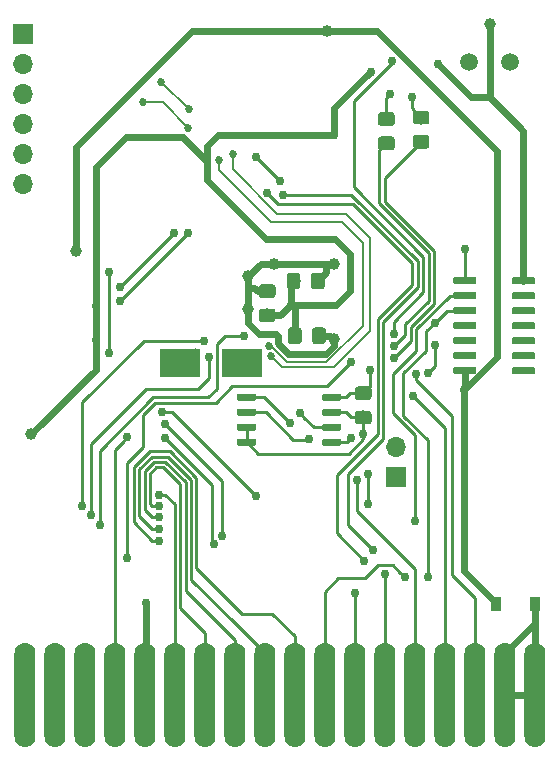
<source format=gtl>
G04 #@! TF.GenerationSoftware,KiCad,Pcbnew,(5.1.4-0)*
G04 #@! TF.CreationDate,2019-11-27T14:08:46-06:00*
G04 #@! TF.ProjectId,veccart,76656363-6172-4742-9e6b-696361645f70,rev?*
G04 #@! TF.SameCoordinates,Original*
G04 #@! TF.FileFunction,Copper,L1,Top*
G04 #@! TF.FilePolarity,Positive*
%FSLAX46Y46*%
G04 Gerber Fmt 4.6, Leading zero omitted, Abs format (unit mm)*
G04 Created by KiCad (PCBNEW (5.1.4-0)) date 2019-11-27 14:08:46*
%MOMM*%
%LPD*%
G04 APERTURE LIST*
%ADD10C,1.500000*%
%ADD11O,1.700000X1.700000*%
%ADD12R,1.700000X1.700000*%
%ADD13R,3.500000X2.400000*%
%ADD14O,1.778000X8.890000*%
%ADD15C,0.100000*%
%ADD16C,1.150000*%
%ADD17R,0.900000X1.200000*%
%ADD18C,0.600000*%
%ADD19C,1.000000*%
%ADD20C,0.762000*%
%ADD21C,0.685800*%
%ADD22C,0.609600*%
%ADD23C,0.254000*%
%ADD24C,0.152400*%
G04 APERTURE END LIST*
D10*
X161194800Y-76994000D03*
X157694800Y-76994000D03*
D11*
X119989600Y-87274400D03*
X119989600Y-84734400D03*
X119989600Y-82194400D03*
X119989600Y-79654400D03*
X119989600Y-77114400D03*
D12*
X119989600Y-74574400D03*
D13*
X133280800Y-102489000D03*
X138480800Y-102489000D03*
D14*
X163278396Y-130598873D03*
X160738396Y-130598873D03*
X158198396Y-130598873D03*
X155658396Y-130598873D03*
X153118396Y-130598873D03*
X150578396Y-130598873D03*
X148038396Y-130598873D03*
X145498396Y-130598873D03*
X142958396Y-130598873D03*
X140418396Y-130598873D03*
X137878396Y-130598873D03*
X135338396Y-130598873D03*
X132798396Y-130598873D03*
X130258396Y-130598873D03*
X127718396Y-130598873D03*
X125178396Y-130598873D03*
X122638396Y-130598873D03*
X120098396Y-130598873D03*
D11*
X151536400Y-109601000D03*
D12*
X151536400Y-112141000D03*
D15*
G36*
X154144505Y-83162604D02*
G01*
X154168773Y-83166204D01*
X154192572Y-83172165D01*
X154215671Y-83180430D01*
X154237850Y-83190920D01*
X154258893Y-83203532D01*
X154278599Y-83218147D01*
X154296777Y-83234623D01*
X154313253Y-83252801D01*
X154327868Y-83272507D01*
X154340480Y-83293550D01*
X154350970Y-83315729D01*
X154359235Y-83338828D01*
X154365196Y-83362627D01*
X154368796Y-83386895D01*
X154370000Y-83411399D01*
X154370000Y-84061401D01*
X154368796Y-84085905D01*
X154365196Y-84110173D01*
X154359235Y-84133972D01*
X154350970Y-84157071D01*
X154340480Y-84179250D01*
X154327868Y-84200293D01*
X154313253Y-84219999D01*
X154296777Y-84238177D01*
X154278599Y-84254653D01*
X154258893Y-84269268D01*
X154237850Y-84281880D01*
X154215671Y-84292370D01*
X154192572Y-84300635D01*
X154168773Y-84306596D01*
X154144505Y-84310196D01*
X154120001Y-84311400D01*
X153219999Y-84311400D01*
X153195495Y-84310196D01*
X153171227Y-84306596D01*
X153147428Y-84300635D01*
X153124329Y-84292370D01*
X153102150Y-84281880D01*
X153081107Y-84269268D01*
X153061401Y-84254653D01*
X153043223Y-84238177D01*
X153026747Y-84219999D01*
X153012132Y-84200293D01*
X152999520Y-84179250D01*
X152989030Y-84157071D01*
X152980765Y-84133972D01*
X152974804Y-84110173D01*
X152971204Y-84085905D01*
X152970000Y-84061401D01*
X152970000Y-83411399D01*
X152971204Y-83386895D01*
X152974804Y-83362627D01*
X152980765Y-83338828D01*
X152989030Y-83315729D01*
X152999520Y-83293550D01*
X153012132Y-83272507D01*
X153026747Y-83252801D01*
X153043223Y-83234623D01*
X153061401Y-83218147D01*
X153081107Y-83203532D01*
X153102150Y-83190920D01*
X153124329Y-83180430D01*
X153147428Y-83172165D01*
X153171227Y-83166204D01*
X153195495Y-83162604D01*
X153219999Y-83161400D01*
X154120001Y-83161400D01*
X154144505Y-83162604D01*
X154144505Y-83162604D01*
G37*
D16*
X153670000Y-83736400D03*
D15*
G36*
X154144505Y-81112604D02*
G01*
X154168773Y-81116204D01*
X154192572Y-81122165D01*
X154215671Y-81130430D01*
X154237850Y-81140920D01*
X154258893Y-81153532D01*
X154278599Y-81168147D01*
X154296777Y-81184623D01*
X154313253Y-81202801D01*
X154327868Y-81222507D01*
X154340480Y-81243550D01*
X154350970Y-81265729D01*
X154359235Y-81288828D01*
X154365196Y-81312627D01*
X154368796Y-81336895D01*
X154370000Y-81361399D01*
X154370000Y-82011401D01*
X154368796Y-82035905D01*
X154365196Y-82060173D01*
X154359235Y-82083972D01*
X154350970Y-82107071D01*
X154340480Y-82129250D01*
X154327868Y-82150293D01*
X154313253Y-82169999D01*
X154296777Y-82188177D01*
X154278599Y-82204653D01*
X154258893Y-82219268D01*
X154237850Y-82231880D01*
X154215671Y-82242370D01*
X154192572Y-82250635D01*
X154168773Y-82256596D01*
X154144505Y-82260196D01*
X154120001Y-82261400D01*
X153219999Y-82261400D01*
X153195495Y-82260196D01*
X153171227Y-82256596D01*
X153147428Y-82250635D01*
X153124329Y-82242370D01*
X153102150Y-82231880D01*
X153081107Y-82219268D01*
X153061401Y-82204653D01*
X153043223Y-82188177D01*
X153026747Y-82169999D01*
X153012132Y-82150293D01*
X152999520Y-82129250D01*
X152989030Y-82107071D01*
X152980765Y-82083972D01*
X152974804Y-82060173D01*
X152971204Y-82035905D01*
X152970000Y-82011401D01*
X152970000Y-81361399D01*
X152971204Y-81336895D01*
X152974804Y-81312627D01*
X152980765Y-81288828D01*
X152989030Y-81265729D01*
X152999520Y-81243550D01*
X153012132Y-81222507D01*
X153026747Y-81202801D01*
X153043223Y-81184623D01*
X153061401Y-81168147D01*
X153081107Y-81153532D01*
X153102150Y-81140920D01*
X153124329Y-81130430D01*
X153147428Y-81122165D01*
X153171227Y-81116204D01*
X153195495Y-81112604D01*
X153219999Y-81111400D01*
X154120001Y-81111400D01*
X154144505Y-81112604D01*
X154144505Y-81112604D01*
G37*
D16*
X153670000Y-81686400D03*
D15*
G36*
X151198105Y-81239604D02*
G01*
X151222373Y-81243204D01*
X151246172Y-81249165D01*
X151269271Y-81257430D01*
X151291450Y-81267920D01*
X151312493Y-81280532D01*
X151332199Y-81295147D01*
X151350377Y-81311623D01*
X151366853Y-81329801D01*
X151381468Y-81349507D01*
X151394080Y-81370550D01*
X151404570Y-81392729D01*
X151412835Y-81415828D01*
X151418796Y-81439627D01*
X151422396Y-81463895D01*
X151423600Y-81488399D01*
X151423600Y-82138401D01*
X151422396Y-82162905D01*
X151418796Y-82187173D01*
X151412835Y-82210972D01*
X151404570Y-82234071D01*
X151394080Y-82256250D01*
X151381468Y-82277293D01*
X151366853Y-82296999D01*
X151350377Y-82315177D01*
X151332199Y-82331653D01*
X151312493Y-82346268D01*
X151291450Y-82358880D01*
X151269271Y-82369370D01*
X151246172Y-82377635D01*
X151222373Y-82383596D01*
X151198105Y-82387196D01*
X151173601Y-82388400D01*
X150273599Y-82388400D01*
X150249095Y-82387196D01*
X150224827Y-82383596D01*
X150201028Y-82377635D01*
X150177929Y-82369370D01*
X150155750Y-82358880D01*
X150134707Y-82346268D01*
X150115001Y-82331653D01*
X150096823Y-82315177D01*
X150080347Y-82296999D01*
X150065732Y-82277293D01*
X150053120Y-82256250D01*
X150042630Y-82234071D01*
X150034365Y-82210972D01*
X150028404Y-82187173D01*
X150024804Y-82162905D01*
X150023600Y-82138401D01*
X150023600Y-81488399D01*
X150024804Y-81463895D01*
X150028404Y-81439627D01*
X150034365Y-81415828D01*
X150042630Y-81392729D01*
X150053120Y-81370550D01*
X150065732Y-81349507D01*
X150080347Y-81329801D01*
X150096823Y-81311623D01*
X150115001Y-81295147D01*
X150134707Y-81280532D01*
X150155750Y-81267920D01*
X150177929Y-81257430D01*
X150201028Y-81249165D01*
X150224827Y-81243204D01*
X150249095Y-81239604D01*
X150273599Y-81238400D01*
X151173601Y-81238400D01*
X151198105Y-81239604D01*
X151198105Y-81239604D01*
G37*
D16*
X150723600Y-81813400D03*
D15*
G36*
X151198105Y-83289604D02*
G01*
X151222373Y-83293204D01*
X151246172Y-83299165D01*
X151269271Y-83307430D01*
X151291450Y-83317920D01*
X151312493Y-83330532D01*
X151332199Y-83345147D01*
X151350377Y-83361623D01*
X151366853Y-83379801D01*
X151381468Y-83399507D01*
X151394080Y-83420550D01*
X151404570Y-83442729D01*
X151412835Y-83465828D01*
X151418796Y-83489627D01*
X151422396Y-83513895D01*
X151423600Y-83538399D01*
X151423600Y-84188401D01*
X151422396Y-84212905D01*
X151418796Y-84237173D01*
X151412835Y-84260972D01*
X151404570Y-84284071D01*
X151394080Y-84306250D01*
X151381468Y-84327293D01*
X151366853Y-84346999D01*
X151350377Y-84365177D01*
X151332199Y-84381653D01*
X151312493Y-84396268D01*
X151291450Y-84408880D01*
X151269271Y-84419370D01*
X151246172Y-84427635D01*
X151222373Y-84433596D01*
X151198105Y-84437196D01*
X151173601Y-84438400D01*
X150273599Y-84438400D01*
X150249095Y-84437196D01*
X150224827Y-84433596D01*
X150201028Y-84427635D01*
X150177929Y-84419370D01*
X150155750Y-84408880D01*
X150134707Y-84396268D01*
X150115001Y-84381653D01*
X150096823Y-84365177D01*
X150080347Y-84346999D01*
X150065732Y-84327293D01*
X150053120Y-84306250D01*
X150042630Y-84284071D01*
X150034365Y-84260972D01*
X150028404Y-84237173D01*
X150024804Y-84212905D01*
X150023600Y-84188401D01*
X150023600Y-83538399D01*
X150024804Y-83513895D01*
X150028404Y-83489627D01*
X150034365Y-83465828D01*
X150042630Y-83442729D01*
X150053120Y-83420550D01*
X150065732Y-83399507D01*
X150080347Y-83379801D01*
X150096823Y-83361623D01*
X150115001Y-83345147D01*
X150134707Y-83330532D01*
X150155750Y-83317920D01*
X150177929Y-83307430D01*
X150201028Y-83299165D01*
X150224827Y-83293204D01*
X150249095Y-83289604D01*
X150273599Y-83288400D01*
X151173601Y-83288400D01*
X151198105Y-83289604D01*
X151198105Y-83289604D01*
G37*
D16*
X150723600Y-83863400D03*
D15*
G36*
X143215505Y-94830604D02*
G01*
X143239773Y-94834204D01*
X143263572Y-94840165D01*
X143286671Y-94848430D01*
X143308850Y-94858920D01*
X143329893Y-94871532D01*
X143349599Y-94886147D01*
X143367777Y-94902623D01*
X143384253Y-94920801D01*
X143398868Y-94940507D01*
X143411480Y-94961550D01*
X143421970Y-94983729D01*
X143430235Y-95006828D01*
X143436196Y-95030627D01*
X143439796Y-95054895D01*
X143441000Y-95079399D01*
X143441000Y-95979401D01*
X143439796Y-96003905D01*
X143436196Y-96028173D01*
X143430235Y-96051972D01*
X143421970Y-96075071D01*
X143411480Y-96097250D01*
X143398868Y-96118293D01*
X143384253Y-96137999D01*
X143367777Y-96156177D01*
X143349599Y-96172653D01*
X143329893Y-96187268D01*
X143308850Y-96199880D01*
X143286671Y-96210370D01*
X143263572Y-96218635D01*
X143239773Y-96224596D01*
X143215505Y-96228196D01*
X143191001Y-96229400D01*
X142540999Y-96229400D01*
X142516495Y-96228196D01*
X142492227Y-96224596D01*
X142468428Y-96218635D01*
X142445329Y-96210370D01*
X142423150Y-96199880D01*
X142402107Y-96187268D01*
X142382401Y-96172653D01*
X142364223Y-96156177D01*
X142347747Y-96137999D01*
X142333132Y-96118293D01*
X142320520Y-96097250D01*
X142310030Y-96075071D01*
X142301765Y-96051972D01*
X142295804Y-96028173D01*
X142292204Y-96003905D01*
X142291000Y-95979401D01*
X142291000Y-95079399D01*
X142292204Y-95054895D01*
X142295804Y-95030627D01*
X142301765Y-95006828D01*
X142310030Y-94983729D01*
X142320520Y-94961550D01*
X142333132Y-94940507D01*
X142347747Y-94920801D01*
X142364223Y-94902623D01*
X142382401Y-94886147D01*
X142402107Y-94871532D01*
X142423150Y-94858920D01*
X142445329Y-94848430D01*
X142468428Y-94840165D01*
X142492227Y-94834204D01*
X142516495Y-94830604D01*
X142540999Y-94829400D01*
X143191001Y-94829400D01*
X143215505Y-94830604D01*
X143215505Y-94830604D01*
G37*
D16*
X142866000Y-95529400D03*
D15*
G36*
X145265505Y-94830604D02*
G01*
X145289773Y-94834204D01*
X145313572Y-94840165D01*
X145336671Y-94848430D01*
X145358850Y-94858920D01*
X145379893Y-94871532D01*
X145399599Y-94886147D01*
X145417777Y-94902623D01*
X145434253Y-94920801D01*
X145448868Y-94940507D01*
X145461480Y-94961550D01*
X145471970Y-94983729D01*
X145480235Y-95006828D01*
X145486196Y-95030627D01*
X145489796Y-95054895D01*
X145491000Y-95079399D01*
X145491000Y-95979401D01*
X145489796Y-96003905D01*
X145486196Y-96028173D01*
X145480235Y-96051972D01*
X145471970Y-96075071D01*
X145461480Y-96097250D01*
X145448868Y-96118293D01*
X145434253Y-96137999D01*
X145417777Y-96156177D01*
X145399599Y-96172653D01*
X145379893Y-96187268D01*
X145358850Y-96199880D01*
X145336671Y-96210370D01*
X145313572Y-96218635D01*
X145289773Y-96224596D01*
X145265505Y-96228196D01*
X145241001Y-96229400D01*
X144590999Y-96229400D01*
X144566495Y-96228196D01*
X144542227Y-96224596D01*
X144518428Y-96218635D01*
X144495329Y-96210370D01*
X144473150Y-96199880D01*
X144452107Y-96187268D01*
X144432401Y-96172653D01*
X144414223Y-96156177D01*
X144397747Y-96137999D01*
X144383132Y-96118293D01*
X144370520Y-96097250D01*
X144360030Y-96075071D01*
X144351765Y-96051972D01*
X144345804Y-96028173D01*
X144342204Y-96003905D01*
X144341000Y-95979401D01*
X144341000Y-95079399D01*
X144342204Y-95054895D01*
X144345804Y-95030627D01*
X144351765Y-95006828D01*
X144360030Y-94983729D01*
X144370520Y-94961550D01*
X144383132Y-94940507D01*
X144397747Y-94920801D01*
X144414223Y-94902623D01*
X144432401Y-94886147D01*
X144452107Y-94871532D01*
X144473150Y-94858920D01*
X144495329Y-94848430D01*
X144518428Y-94840165D01*
X144542227Y-94834204D01*
X144566495Y-94830604D01*
X144590999Y-94829400D01*
X145241001Y-94829400D01*
X145265505Y-94830604D01*
X145265505Y-94830604D01*
G37*
D16*
X144916000Y-95529400D03*
D15*
G36*
X141114305Y-97860204D02*
G01*
X141138573Y-97863804D01*
X141162372Y-97869765D01*
X141185471Y-97878030D01*
X141207650Y-97888520D01*
X141228693Y-97901132D01*
X141248399Y-97915747D01*
X141266577Y-97932223D01*
X141283053Y-97950401D01*
X141297668Y-97970107D01*
X141310280Y-97991150D01*
X141320770Y-98013329D01*
X141329035Y-98036428D01*
X141334996Y-98060227D01*
X141338596Y-98084495D01*
X141339800Y-98108999D01*
X141339800Y-98759001D01*
X141338596Y-98783505D01*
X141334996Y-98807773D01*
X141329035Y-98831572D01*
X141320770Y-98854671D01*
X141310280Y-98876850D01*
X141297668Y-98897893D01*
X141283053Y-98917599D01*
X141266577Y-98935777D01*
X141248399Y-98952253D01*
X141228693Y-98966868D01*
X141207650Y-98979480D01*
X141185471Y-98989970D01*
X141162372Y-98998235D01*
X141138573Y-99004196D01*
X141114305Y-99007796D01*
X141089801Y-99009000D01*
X140189799Y-99009000D01*
X140165295Y-99007796D01*
X140141027Y-99004196D01*
X140117228Y-98998235D01*
X140094129Y-98989970D01*
X140071950Y-98979480D01*
X140050907Y-98966868D01*
X140031201Y-98952253D01*
X140013023Y-98935777D01*
X139996547Y-98917599D01*
X139981932Y-98897893D01*
X139969320Y-98876850D01*
X139958830Y-98854671D01*
X139950565Y-98831572D01*
X139944604Y-98807773D01*
X139941004Y-98783505D01*
X139939800Y-98759001D01*
X139939800Y-98108999D01*
X139941004Y-98084495D01*
X139944604Y-98060227D01*
X139950565Y-98036428D01*
X139958830Y-98013329D01*
X139969320Y-97991150D01*
X139981932Y-97970107D01*
X139996547Y-97950401D01*
X140013023Y-97932223D01*
X140031201Y-97915747D01*
X140050907Y-97901132D01*
X140071950Y-97888520D01*
X140094129Y-97878030D01*
X140117228Y-97869765D01*
X140141027Y-97863804D01*
X140165295Y-97860204D01*
X140189799Y-97859000D01*
X141089801Y-97859000D01*
X141114305Y-97860204D01*
X141114305Y-97860204D01*
G37*
D16*
X140639800Y-98434000D03*
D15*
G36*
X141114305Y-95810204D02*
G01*
X141138573Y-95813804D01*
X141162372Y-95819765D01*
X141185471Y-95828030D01*
X141207650Y-95838520D01*
X141228693Y-95851132D01*
X141248399Y-95865747D01*
X141266577Y-95882223D01*
X141283053Y-95900401D01*
X141297668Y-95920107D01*
X141310280Y-95941150D01*
X141320770Y-95963329D01*
X141329035Y-95986428D01*
X141334996Y-96010227D01*
X141338596Y-96034495D01*
X141339800Y-96058999D01*
X141339800Y-96709001D01*
X141338596Y-96733505D01*
X141334996Y-96757773D01*
X141329035Y-96781572D01*
X141320770Y-96804671D01*
X141310280Y-96826850D01*
X141297668Y-96847893D01*
X141283053Y-96867599D01*
X141266577Y-96885777D01*
X141248399Y-96902253D01*
X141228693Y-96916868D01*
X141207650Y-96929480D01*
X141185471Y-96939970D01*
X141162372Y-96948235D01*
X141138573Y-96954196D01*
X141114305Y-96957796D01*
X141089801Y-96959000D01*
X140189799Y-96959000D01*
X140165295Y-96957796D01*
X140141027Y-96954196D01*
X140117228Y-96948235D01*
X140094129Y-96939970D01*
X140071950Y-96929480D01*
X140050907Y-96916868D01*
X140031201Y-96902253D01*
X140013023Y-96885777D01*
X139996547Y-96867599D01*
X139981932Y-96847893D01*
X139969320Y-96826850D01*
X139958830Y-96804671D01*
X139950565Y-96781572D01*
X139944604Y-96757773D01*
X139941004Y-96733505D01*
X139939800Y-96709001D01*
X139939800Y-96058999D01*
X139941004Y-96034495D01*
X139944604Y-96010227D01*
X139950565Y-95986428D01*
X139958830Y-95963329D01*
X139969320Y-95941150D01*
X139981932Y-95920107D01*
X139996547Y-95900401D01*
X140013023Y-95882223D01*
X140031201Y-95865747D01*
X140050907Y-95851132D01*
X140071950Y-95838520D01*
X140094129Y-95828030D01*
X140117228Y-95819765D01*
X140141027Y-95813804D01*
X140165295Y-95810204D01*
X140189799Y-95809000D01*
X141089801Y-95809000D01*
X141114305Y-95810204D01*
X141114305Y-95810204D01*
G37*
D16*
X140639800Y-96384000D03*
D15*
G36*
X143317105Y-99453404D02*
G01*
X143341373Y-99457004D01*
X143365172Y-99462965D01*
X143388271Y-99471230D01*
X143410450Y-99481720D01*
X143431493Y-99494332D01*
X143451199Y-99508947D01*
X143469377Y-99525423D01*
X143485853Y-99543601D01*
X143500468Y-99563307D01*
X143513080Y-99584350D01*
X143523570Y-99606529D01*
X143531835Y-99629628D01*
X143537796Y-99653427D01*
X143541396Y-99677695D01*
X143542600Y-99702199D01*
X143542600Y-100602201D01*
X143541396Y-100626705D01*
X143537796Y-100650973D01*
X143531835Y-100674772D01*
X143523570Y-100697871D01*
X143513080Y-100720050D01*
X143500468Y-100741093D01*
X143485853Y-100760799D01*
X143469377Y-100778977D01*
X143451199Y-100795453D01*
X143431493Y-100810068D01*
X143410450Y-100822680D01*
X143388271Y-100833170D01*
X143365172Y-100841435D01*
X143341373Y-100847396D01*
X143317105Y-100850996D01*
X143292601Y-100852200D01*
X142642599Y-100852200D01*
X142618095Y-100850996D01*
X142593827Y-100847396D01*
X142570028Y-100841435D01*
X142546929Y-100833170D01*
X142524750Y-100822680D01*
X142503707Y-100810068D01*
X142484001Y-100795453D01*
X142465823Y-100778977D01*
X142449347Y-100760799D01*
X142434732Y-100741093D01*
X142422120Y-100720050D01*
X142411630Y-100697871D01*
X142403365Y-100674772D01*
X142397404Y-100650973D01*
X142393804Y-100626705D01*
X142392600Y-100602201D01*
X142392600Y-99702199D01*
X142393804Y-99677695D01*
X142397404Y-99653427D01*
X142403365Y-99629628D01*
X142411630Y-99606529D01*
X142422120Y-99584350D01*
X142434732Y-99563307D01*
X142449347Y-99543601D01*
X142465823Y-99525423D01*
X142484001Y-99508947D01*
X142503707Y-99494332D01*
X142524750Y-99481720D01*
X142546929Y-99471230D01*
X142570028Y-99462965D01*
X142593827Y-99457004D01*
X142618095Y-99453404D01*
X142642599Y-99452200D01*
X143292601Y-99452200D01*
X143317105Y-99453404D01*
X143317105Y-99453404D01*
G37*
D16*
X142967600Y-100152200D03*
D15*
G36*
X145367105Y-99453404D02*
G01*
X145391373Y-99457004D01*
X145415172Y-99462965D01*
X145438271Y-99471230D01*
X145460450Y-99481720D01*
X145481493Y-99494332D01*
X145501199Y-99508947D01*
X145519377Y-99525423D01*
X145535853Y-99543601D01*
X145550468Y-99563307D01*
X145563080Y-99584350D01*
X145573570Y-99606529D01*
X145581835Y-99629628D01*
X145587796Y-99653427D01*
X145591396Y-99677695D01*
X145592600Y-99702199D01*
X145592600Y-100602201D01*
X145591396Y-100626705D01*
X145587796Y-100650973D01*
X145581835Y-100674772D01*
X145573570Y-100697871D01*
X145563080Y-100720050D01*
X145550468Y-100741093D01*
X145535853Y-100760799D01*
X145519377Y-100778977D01*
X145501199Y-100795453D01*
X145481493Y-100810068D01*
X145460450Y-100822680D01*
X145438271Y-100833170D01*
X145415172Y-100841435D01*
X145391373Y-100847396D01*
X145367105Y-100850996D01*
X145342601Y-100852200D01*
X144692599Y-100852200D01*
X144668095Y-100850996D01*
X144643827Y-100847396D01*
X144620028Y-100841435D01*
X144596929Y-100833170D01*
X144574750Y-100822680D01*
X144553707Y-100810068D01*
X144534001Y-100795453D01*
X144515823Y-100778977D01*
X144499347Y-100760799D01*
X144484732Y-100741093D01*
X144472120Y-100720050D01*
X144461630Y-100697871D01*
X144453365Y-100674772D01*
X144447404Y-100650973D01*
X144443804Y-100626705D01*
X144442600Y-100602201D01*
X144442600Y-99702199D01*
X144443804Y-99677695D01*
X144447404Y-99653427D01*
X144453365Y-99629628D01*
X144461630Y-99606529D01*
X144472120Y-99584350D01*
X144484732Y-99563307D01*
X144499347Y-99543601D01*
X144515823Y-99525423D01*
X144534001Y-99508947D01*
X144553707Y-99494332D01*
X144574750Y-99481720D01*
X144596929Y-99471230D01*
X144620028Y-99462965D01*
X144643827Y-99457004D01*
X144668095Y-99453404D01*
X144692599Y-99452200D01*
X145342601Y-99452200D01*
X145367105Y-99453404D01*
X145367105Y-99453404D01*
G37*
D16*
X145017600Y-100152200D03*
D15*
G36*
X149242305Y-104455203D02*
G01*
X149266573Y-104458803D01*
X149290372Y-104464764D01*
X149313471Y-104473029D01*
X149335650Y-104483519D01*
X149356693Y-104496131D01*
X149376399Y-104510746D01*
X149394577Y-104527222D01*
X149411053Y-104545400D01*
X149425668Y-104565106D01*
X149438280Y-104586149D01*
X149448770Y-104608328D01*
X149457035Y-104631427D01*
X149462996Y-104655226D01*
X149466596Y-104679494D01*
X149467800Y-104703998D01*
X149467800Y-105354000D01*
X149466596Y-105378504D01*
X149462996Y-105402772D01*
X149457035Y-105426571D01*
X149448770Y-105449670D01*
X149438280Y-105471849D01*
X149425668Y-105492892D01*
X149411053Y-105512598D01*
X149394577Y-105530776D01*
X149376399Y-105547252D01*
X149356693Y-105561867D01*
X149335650Y-105574479D01*
X149313471Y-105584969D01*
X149290372Y-105593234D01*
X149266573Y-105599195D01*
X149242305Y-105602795D01*
X149217801Y-105603999D01*
X148317799Y-105603999D01*
X148293295Y-105602795D01*
X148269027Y-105599195D01*
X148245228Y-105593234D01*
X148222129Y-105584969D01*
X148199950Y-105574479D01*
X148178907Y-105561867D01*
X148159201Y-105547252D01*
X148141023Y-105530776D01*
X148124547Y-105512598D01*
X148109932Y-105492892D01*
X148097320Y-105471849D01*
X148086830Y-105449670D01*
X148078565Y-105426571D01*
X148072604Y-105402772D01*
X148069004Y-105378504D01*
X148067800Y-105354000D01*
X148067800Y-104703998D01*
X148069004Y-104679494D01*
X148072604Y-104655226D01*
X148078565Y-104631427D01*
X148086830Y-104608328D01*
X148097320Y-104586149D01*
X148109932Y-104565106D01*
X148124547Y-104545400D01*
X148141023Y-104527222D01*
X148159201Y-104510746D01*
X148178907Y-104496131D01*
X148199950Y-104483519D01*
X148222129Y-104473029D01*
X148245228Y-104464764D01*
X148269027Y-104458803D01*
X148293295Y-104455203D01*
X148317799Y-104453999D01*
X149217801Y-104453999D01*
X149242305Y-104455203D01*
X149242305Y-104455203D01*
G37*
D16*
X148767800Y-105028999D03*
D15*
G36*
X149242305Y-106505203D02*
G01*
X149266573Y-106508803D01*
X149290372Y-106514764D01*
X149313471Y-106523029D01*
X149335650Y-106533519D01*
X149356693Y-106546131D01*
X149376399Y-106560746D01*
X149394577Y-106577222D01*
X149411053Y-106595400D01*
X149425668Y-106615106D01*
X149438280Y-106636149D01*
X149448770Y-106658328D01*
X149457035Y-106681427D01*
X149462996Y-106705226D01*
X149466596Y-106729494D01*
X149467800Y-106753998D01*
X149467800Y-107404000D01*
X149466596Y-107428504D01*
X149462996Y-107452772D01*
X149457035Y-107476571D01*
X149448770Y-107499670D01*
X149438280Y-107521849D01*
X149425668Y-107542892D01*
X149411053Y-107562598D01*
X149394577Y-107580776D01*
X149376399Y-107597252D01*
X149356693Y-107611867D01*
X149335650Y-107624479D01*
X149313471Y-107634969D01*
X149290372Y-107643234D01*
X149266573Y-107649195D01*
X149242305Y-107652795D01*
X149217801Y-107653999D01*
X148317799Y-107653999D01*
X148293295Y-107652795D01*
X148269027Y-107649195D01*
X148245228Y-107643234D01*
X148222129Y-107634969D01*
X148199950Y-107624479D01*
X148178907Y-107611867D01*
X148159201Y-107597252D01*
X148141023Y-107580776D01*
X148124547Y-107562598D01*
X148109932Y-107542892D01*
X148097320Y-107521849D01*
X148086830Y-107499670D01*
X148078565Y-107476571D01*
X148072604Y-107452772D01*
X148069004Y-107428504D01*
X148067800Y-107404000D01*
X148067800Y-106753998D01*
X148069004Y-106729494D01*
X148072604Y-106705226D01*
X148078565Y-106681427D01*
X148086830Y-106658328D01*
X148097320Y-106636149D01*
X148109932Y-106615106D01*
X148124547Y-106595400D01*
X148141023Y-106577222D01*
X148159201Y-106560746D01*
X148178907Y-106546131D01*
X148199950Y-106533519D01*
X148222129Y-106523029D01*
X148245228Y-106514764D01*
X148269027Y-106508803D01*
X148293295Y-106505203D01*
X148317799Y-106503999D01*
X149217801Y-106503999D01*
X149242305Y-106505203D01*
X149242305Y-106505203D01*
G37*
D16*
X148767800Y-107078999D03*
D17*
X163270200Y-122910600D03*
X159970200Y-122910600D03*
D15*
G36*
X139558703Y-108869922D02*
G01*
X139573264Y-108872082D01*
X139587543Y-108875659D01*
X139601403Y-108880618D01*
X139614710Y-108886912D01*
X139627336Y-108894480D01*
X139639159Y-108903248D01*
X139650066Y-108913134D01*
X139659952Y-108924041D01*
X139668720Y-108935864D01*
X139676288Y-108948490D01*
X139682582Y-108961797D01*
X139687541Y-108975657D01*
X139691118Y-108989936D01*
X139693278Y-109004497D01*
X139694000Y-109019200D01*
X139694000Y-109319200D01*
X139693278Y-109333903D01*
X139691118Y-109348464D01*
X139687541Y-109362743D01*
X139682582Y-109376603D01*
X139676288Y-109389910D01*
X139668720Y-109402536D01*
X139659952Y-109414359D01*
X139650066Y-109425266D01*
X139639159Y-109435152D01*
X139627336Y-109443920D01*
X139614710Y-109451488D01*
X139601403Y-109457782D01*
X139587543Y-109462741D01*
X139573264Y-109466318D01*
X139558703Y-109468478D01*
X139544000Y-109469200D01*
X138244000Y-109469200D01*
X138229297Y-109468478D01*
X138214736Y-109466318D01*
X138200457Y-109462741D01*
X138186597Y-109457782D01*
X138173290Y-109451488D01*
X138160664Y-109443920D01*
X138148841Y-109435152D01*
X138137934Y-109425266D01*
X138128048Y-109414359D01*
X138119280Y-109402536D01*
X138111712Y-109389910D01*
X138105418Y-109376603D01*
X138100459Y-109362743D01*
X138096882Y-109348464D01*
X138094722Y-109333903D01*
X138094000Y-109319200D01*
X138094000Y-109019200D01*
X138094722Y-109004497D01*
X138096882Y-108989936D01*
X138100459Y-108975657D01*
X138105418Y-108961797D01*
X138111712Y-108948490D01*
X138119280Y-108935864D01*
X138128048Y-108924041D01*
X138137934Y-108913134D01*
X138148841Y-108903248D01*
X138160664Y-108894480D01*
X138173290Y-108886912D01*
X138186597Y-108880618D01*
X138200457Y-108875659D01*
X138214736Y-108872082D01*
X138229297Y-108869922D01*
X138244000Y-108869200D01*
X139544000Y-108869200D01*
X139558703Y-108869922D01*
X139558703Y-108869922D01*
G37*
D18*
X138894000Y-109169200D03*
D15*
G36*
X139558703Y-107599922D02*
G01*
X139573264Y-107602082D01*
X139587543Y-107605659D01*
X139601403Y-107610618D01*
X139614710Y-107616912D01*
X139627336Y-107624480D01*
X139639159Y-107633248D01*
X139650066Y-107643134D01*
X139659952Y-107654041D01*
X139668720Y-107665864D01*
X139676288Y-107678490D01*
X139682582Y-107691797D01*
X139687541Y-107705657D01*
X139691118Y-107719936D01*
X139693278Y-107734497D01*
X139694000Y-107749200D01*
X139694000Y-108049200D01*
X139693278Y-108063903D01*
X139691118Y-108078464D01*
X139687541Y-108092743D01*
X139682582Y-108106603D01*
X139676288Y-108119910D01*
X139668720Y-108132536D01*
X139659952Y-108144359D01*
X139650066Y-108155266D01*
X139639159Y-108165152D01*
X139627336Y-108173920D01*
X139614710Y-108181488D01*
X139601403Y-108187782D01*
X139587543Y-108192741D01*
X139573264Y-108196318D01*
X139558703Y-108198478D01*
X139544000Y-108199200D01*
X138244000Y-108199200D01*
X138229297Y-108198478D01*
X138214736Y-108196318D01*
X138200457Y-108192741D01*
X138186597Y-108187782D01*
X138173290Y-108181488D01*
X138160664Y-108173920D01*
X138148841Y-108165152D01*
X138137934Y-108155266D01*
X138128048Y-108144359D01*
X138119280Y-108132536D01*
X138111712Y-108119910D01*
X138105418Y-108106603D01*
X138100459Y-108092743D01*
X138096882Y-108078464D01*
X138094722Y-108063903D01*
X138094000Y-108049200D01*
X138094000Y-107749200D01*
X138094722Y-107734497D01*
X138096882Y-107719936D01*
X138100459Y-107705657D01*
X138105418Y-107691797D01*
X138111712Y-107678490D01*
X138119280Y-107665864D01*
X138128048Y-107654041D01*
X138137934Y-107643134D01*
X138148841Y-107633248D01*
X138160664Y-107624480D01*
X138173290Y-107616912D01*
X138186597Y-107610618D01*
X138200457Y-107605659D01*
X138214736Y-107602082D01*
X138229297Y-107599922D01*
X138244000Y-107599200D01*
X139544000Y-107599200D01*
X139558703Y-107599922D01*
X139558703Y-107599922D01*
G37*
D18*
X138894000Y-107899200D03*
D15*
G36*
X139558703Y-106329922D02*
G01*
X139573264Y-106332082D01*
X139587543Y-106335659D01*
X139601403Y-106340618D01*
X139614710Y-106346912D01*
X139627336Y-106354480D01*
X139639159Y-106363248D01*
X139650066Y-106373134D01*
X139659952Y-106384041D01*
X139668720Y-106395864D01*
X139676288Y-106408490D01*
X139682582Y-106421797D01*
X139687541Y-106435657D01*
X139691118Y-106449936D01*
X139693278Y-106464497D01*
X139694000Y-106479200D01*
X139694000Y-106779200D01*
X139693278Y-106793903D01*
X139691118Y-106808464D01*
X139687541Y-106822743D01*
X139682582Y-106836603D01*
X139676288Y-106849910D01*
X139668720Y-106862536D01*
X139659952Y-106874359D01*
X139650066Y-106885266D01*
X139639159Y-106895152D01*
X139627336Y-106903920D01*
X139614710Y-106911488D01*
X139601403Y-106917782D01*
X139587543Y-106922741D01*
X139573264Y-106926318D01*
X139558703Y-106928478D01*
X139544000Y-106929200D01*
X138244000Y-106929200D01*
X138229297Y-106928478D01*
X138214736Y-106926318D01*
X138200457Y-106922741D01*
X138186597Y-106917782D01*
X138173290Y-106911488D01*
X138160664Y-106903920D01*
X138148841Y-106895152D01*
X138137934Y-106885266D01*
X138128048Y-106874359D01*
X138119280Y-106862536D01*
X138111712Y-106849910D01*
X138105418Y-106836603D01*
X138100459Y-106822743D01*
X138096882Y-106808464D01*
X138094722Y-106793903D01*
X138094000Y-106779200D01*
X138094000Y-106479200D01*
X138094722Y-106464497D01*
X138096882Y-106449936D01*
X138100459Y-106435657D01*
X138105418Y-106421797D01*
X138111712Y-106408490D01*
X138119280Y-106395864D01*
X138128048Y-106384041D01*
X138137934Y-106373134D01*
X138148841Y-106363248D01*
X138160664Y-106354480D01*
X138173290Y-106346912D01*
X138186597Y-106340618D01*
X138200457Y-106335659D01*
X138214736Y-106332082D01*
X138229297Y-106329922D01*
X138244000Y-106329200D01*
X139544000Y-106329200D01*
X139558703Y-106329922D01*
X139558703Y-106329922D01*
G37*
D18*
X138894000Y-106629200D03*
D15*
G36*
X139558703Y-105059922D02*
G01*
X139573264Y-105062082D01*
X139587543Y-105065659D01*
X139601403Y-105070618D01*
X139614710Y-105076912D01*
X139627336Y-105084480D01*
X139639159Y-105093248D01*
X139650066Y-105103134D01*
X139659952Y-105114041D01*
X139668720Y-105125864D01*
X139676288Y-105138490D01*
X139682582Y-105151797D01*
X139687541Y-105165657D01*
X139691118Y-105179936D01*
X139693278Y-105194497D01*
X139694000Y-105209200D01*
X139694000Y-105509200D01*
X139693278Y-105523903D01*
X139691118Y-105538464D01*
X139687541Y-105552743D01*
X139682582Y-105566603D01*
X139676288Y-105579910D01*
X139668720Y-105592536D01*
X139659952Y-105604359D01*
X139650066Y-105615266D01*
X139639159Y-105625152D01*
X139627336Y-105633920D01*
X139614710Y-105641488D01*
X139601403Y-105647782D01*
X139587543Y-105652741D01*
X139573264Y-105656318D01*
X139558703Y-105658478D01*
X139544000Y-105659200D01*
X138244000Y-105659200D01*
X138229297Y-105658478D01*
X138214736Y-105656318D01*
X138200457Y-105652741D01*
X138186597Y-105647782D01*
X138173290Y-105641488D01*
X138160664Y-105633920D01*
X138148841Y-105625152D01*
X138137934Y-105615266D01*
X138128048Y-105604359D01*
X138119280Y-105592536D01*
X138111712Y-105579910D01*
X138105418Y-105566603D01*
X138100459Y-105552743D01*
X138096882Y-105538464D01*
X138094722Y-105523903D01*
X138094000Y-105509200D01*
X138094000Y-105209200D01*
X138094722Y-105194497D01*
X138096882Y-105179936D01*
X138100459Y-105165657D01*
X138105418Y-105151797D01*
X138111712Y-105138490D01*
X138119280Y-105125864D01*
X138128048Y-105114041D01*
X138137934Y-105103134D01*
X138148841Y-105093248D01*
X138160664Y-105084480D01*
X138173290Y-105076912D01*
X138186597Y-105070618D01*
X138200457Y-105065659D01*
X138214736Y-105062082D01*
X138229297Y-105059922D01*
X138244000Y-105059200D01*
X139544000Y-105059200D01*
X139558703Y-105059922D01*
X139558703Y-105059922D01*
G37*
D18*
X138894000Y-105359200D03*
D15*
G36*
X146758703Y-105059922D02*
G01*
X146773264Y-105062082D01*
X146787543Y-105065659D01*
X146801403Y-105070618D01*
X146814710Y-105076912D01*
X146827336Y-105084480D01*
X146839159Y-105093248D01*
X146850066Y-105103134D01*
X146859952Y-105114041D01*
X146868720Y-105125864D01*
X146876288Y-105138490D01*
X146882582Y-105151797D01*
X146887541Y-105165657D01*
X146891118Y-105179936D01*
X146893278Y-105194497D01*
X146894000Y-105209200D01*
X146894000Y-105509200D01*
X146893278Y-105523903D01*
X146891118Y-105538464D01*
X146887541Y-105552743D01*
X146882582Y-105566603D01*
X146876288Y-105579910D01*
X146868720Y-105592536D01*
X146859952Y-105604359D01*
X146850066Y-105615266D01*
X146839159Y-105625152D01*
X146827336Y-105633920D01*
X146814710Y-105641488D01*
X146801403Y-105647782D01*
X146787543Y-105652741D01*
X146773264Y-105656318D01*
X146758703Y-105658478D01*
X146744000Y-105659200D01*
X145444000Y-105659200D01*
X145429297Y-105658478D01*
X145414736Y-105656318D01*
X145400457Y-105652741D01*
X145386597Y-105647782D01*
X145373290Y-105641488D01*
X145360664Y-105633920D01*
X145348841Y-105625152D01*
X145337934Y-105615266D01*
X145328048Y-105604359D01*
X145319280Y-105592536D01*
X145311712Y-105579910D01*
X145305418Y-105566603D01*
X145300459Y-105552743D01*
X145296882Y-105538464D01*
X145294722Y-105523903D01*
X145294000Y-105509200D01*
X145294000Y-105209200D01*
X145294722Y-105194497D01*
X145296882Y-105179936D01*
X145300459Y-105165657D01*
X145305418Y-105151797D01*
X145311712Y-105138490D01*
X145319280Y-105125864D01*
X145328048Y-105114041D01*
X145337934Y-105103134D01*
X145348841Y-105093248D01*
X145360664Y-105084480D01*
X145373290Y-105076912D01*
X145386597Y-105070618D01*
X145400457Y-105065659D01*
X145414736Y-105062082D01*
X145429297Y-105059922D01*
X145444000Y-105059200D01*
X146744000Y-105059200D01*
X146758703Y-105059922D01*
X146758703Y-105059922D01*
G37*
D18*
X146094000Y-105359200D03*
D15*
G36*
X146758703Y-106329922D02*
G01*
X146773264Y-106332082D01*
X146787543Y-106335659D01*
X146801403Y-106340618D01*
X146814710Y-106346912D01*
X146827336Y-106354480D01*
X146839159Y-106363248D01*
X146850066Y-106373134D01*
X146859952Y-106384041D01*
X146868720Y-106395864D01*
X146876288Y-106408490D01*
X146882582Y-106421797D01*
X146887541Y-106435657D01*
X146891118Y-106449936D01*
X146893278Y-106464497D01*
X146894000Y-106479200D01*
X146894000Y-106779200D01*
X146893278Y-106793903D01*
X146891118Y-106808464D01*
X146887541Y-106822743D01*
X146882582Y-106836603D01*
X146876288Y-106849910D01*
X146868720Y-106862536D01*
X146859952Y-106874359D01*
X146850066Y-106885266D01*
X146839159Y-106895152D01*
X146827336Y-106903920D01*
X146814710Y-106911488D01*
X146801403Y-106917782D01*
X146787543Y-106922741D01*
X146773264Y-106926318D01*
X146758703Y-106928478D01*
X146744000Y-106929200D01*
X145444000Y-106929200D01*
X145429297Y-106928478D01*
X145414736Y-106926318D01*
X145400457Y-106922741D01*
X145386597Y-106917782D01*
X145373290Y-106911488D01*
X145360664Y-106903920D01*
X145348841Y-106895152D01*
X145337934Y-106885266D01*
X145328048Y-106874359D01*
X145319280Y-106862536D01*
X145311712Y-106849910D01*
X145305418Y-106836603D01*
X145300459Y-106822743D01*
X145296882Y-106808464D01*
X145294722Y-106793903D01*
X145294000Y-106779200D01*
X145294000Y-106479200D01*
X145294722Y-106464497D01*
X145296882Y-106449936D01*
X145300459Y-106435657D01*
X145305418Y-106421797D01*
X145311712Y-106408490D01*
X145319280Y-106395864D01*
X145328048Y-106384041D01*
X145337934Y-106373134D01*
X145348841Y-106363248D01*
X145360664Y-106354480D01*
X145373290Y-106346912D01*
X145386597Y-106340618D01*
X145400457Y-106335659D01*
X145414736Y-106332082D01*
X145429297Y-106329922D01*
X145444000Y-106329200D01*
X146744000Y-106329200D01*
X146758703Y-106329922D01*
X146758703Y-106329922D01*
G37*
D18*
X146094000Y-106629200D03*
D15*
G36*
X146758703Y-107599922D02*
G01*
X146773264Y-107602082D01*
X146787543Y-107605659D01*
X146801403Y-107610618D01*
X146814710Y-107616912D01*
X146827336Y-107624480D01*
X146839159Y-107633248D01*
X146850066Y-107643134D01*
X146859952Y-107654041D01*
X146868720Y-107665864D01*
X146876288Y-107678490D01*
X146882582Y-107691797D01*
X146887541Y-107705657D01*
X146891118Y-107719936D01*
X146893278Y-107734497D01*
X146894000Y-107749200D01*
X146894000Y-108049200D01*
X146893278Y-108063903D01*
X146891118Y-108078464D01*
X146887541Y-108092743D01*
X146882582Y-108106603D01*
X146876288Y-108119910D01*
X146868720Y-108132536D01*
X146859952Y-108144359D01*
X146850066Y-108155266D01*
X146839159Y-108165152D01*
X146827336Y-108173920D01*
X146814710Y-108181488D01*
X146801403Y-108187782D01*
X146787543Y-108192741D01*
X146773264Y-108196318D01*
X146758703Y-108198478D01*
X146744000Y-108199200D01*
X145444000Y-108199200D01*
X145429297Y-108198478D01*
X145414736Y-108196318D01*
X145400457Y-108192741D01*
X145386597Y-108187782D01*
X145373290Y-108181488D01*
X145360664Y-108173920D01*
X145348841Y-108165152D01*
X145337934Y-108155266D01*
X145328048Y-108144359D01*
X145319280Y-108132536D01*
X145311712Y-108119910D01*
X145305418Y-108106603D01*
X145300459Y-108092743D01*
X145296882Y-108078464D01*
X145294722Y-108063903D01*
X145294000Y-108049200D01*
X145294000Y-107749200D01*
X145294722Y-107734497D01*
X145296882Y-107719936D01*
X145300459Y-107705657D01*
X145305418Y-107691797D01*
X145311712Y-107678490D01*
X145319280Y-107665864D01*
X145328048Y-107654041D01*
X145337934Y-107643134D01*
X145348841Y-107633248D01*
X145360664Y-107624480D01*
X145373290Y-107616912D01*
X145386597Y-107610618D01*
X145400457Y-107605659D01*
X145414736Y-107602082D01*
X145429297Y-107599922D01*
X145444000Y-107599200D01*
X146744000Y-107599200D01*
X146758703Y-107599922D01*
X146758703Y-107599922D01*
G37*
D18*
X146094000Y-107899200D03*
D15*
G36*
X146758703Y-108869922D02*
G01*
X146773264Y-108872082D01*
X146787543Y-108875659D01*
X146801403Y-108880618D01*
X146814710Y-108886912D01*
X146827336Y-108894480D01*
X146839159Y-108903248D01*
X146850066Y-108913134D01*
X146859952Y-108924041D01*
X146868720Y-108935864D01*
X146876288Y-108948490D01*
X146882582Y-108961797D01*
X146887541Y-108975657D01*
X146891118Y-108989936D01*
X146893278Y-109004497D01*
X146894000Y-109019200D01*
X146894000Y-109319200D01*
X146893278Y-109333903D01*
X146891118Y-109348464D01*
X146887541Y-109362743D01*
X146882582Y-109376603D01*
X146876288Y-109389910D01*
X146868720Y-109402536D01*
X146859952Y-109414359D01*
X146850066Y-109425266D01*
X146839159Y-109435152D01*
X146827336Y-109443920D01*
X146814710Y-109451488D01*
X146801403Y-109457782D01*
X146787543Y-109462741D01*
X146773264Y-109466318D01*
X146758703Y-109468478D01*
X146744000Y-109469200D01*
X145444000Y-109469200D01*
X145429297Y-109468478D01*
X145414736Y-109466318D01*
X145400457Y-109462741D01*
X145386597Y-109457782D01*
X145373290Y-109451488D01*
X145360664Y-109443920D01*
X145348841Y-109435152D01*
X145337934Y-109425266D01*
X145328048Y-109414359D01*
X145319280Y-109402536D01*
X145311712Y-109389910D01*
X145305418Y-109376603D01*
X145300459Y-109362743D01*
X145296882Y-109348464D01*
X145294722Y-109333903D01*
X145294000Y-109319200D01*
X145294000Y-109019200D01*
X145294722Y-109004497D01*
X145296882Y-108989936D01*
X145300459Y-108975657D01*
X145305418Y-108961797D01*
X145311712Y-108948490D01*
X145319280Y-108935864D01*
X145328048Y-108924041D01*
X145337934Y-108913134D01*
X145348841Y-108903248D01*
X145360664Y-108894480D01*
X145373290Y-108886912D01*
X145386597Y-108880618D01*
X145400457Y-108875659D01*
X145414736Y-108872082D01*
X145429297Y-108869922D01*
X145444000Y-108869200D01*
X146744000Y-108869200D01*
X146758703Y-108869922D01*
X146758703Y-108869922D01*
G37*
D18*
X146094000Y-109169200D03*
D15*
G36*
X158217499Y-102816594D02*
G01*
X158232060Y-102818754D01*
X158246339Y-102822331D01*
X158260199Y-102827290D01*
X158273506Y-102833584D01*
X158286132Y-102841152D01*
X158297955Y-102849920D01*
X158308862Y-102859806D01*
X158318748Y-102870713D01*
X158327516Y-102882536D01*
X158335084Y-102895162D01*
X158341378Y-102908469D01*
X158346337Y-102922329D01*
X158349914Y-102936608D01*
X158352074Y-102951169D01*
X158352796Y-102965872D01*
X158352796Y-103265872D01*
X158352074Y-103280575D01*
X158349914Y-103295136D01*
X158346337Y-103309415D01*
X158341378Y-103323275D01*
X158335084Y-103336582D01*
X158327516Y-103349208D01*
X158318748Y-103361031D01*
X158308862Y-103371938D01*
X158297955Y-103381824D01*
X158286132Y-103390592D01*
X158273506Y-103398160D01*
X158260199Y-103404454D01*
X158246339Y-103409413D01*
X158232060Y-103412990D01*
X158217499Y-103415150D01*
X158202796Y-103415872D01*
X156552796Y-103415872D01*
X156538093Y-103415150D01*
X156523532Y-103412990D01*
X156509253Y-103409413D01*
X156495393Y-103404454D01*
X156482086Y-103398160D01*
X156469460Y-103390592D01*
X156457637Y-103381824D01*
X156446730Y-103371938D01*
X156436844Y-103361031D01*
X156428076Y-103349208D01*
X156420508Y-103336582D01*
X156414214Y-103323275D01*
X156409255Y-103309415D01*
X156405678Y-103295136D01*
X156403518Y-103280575D01*
X156402796Y-103265872D01*
X156402796Y-102965872D01*
X156403518Y-102951169D01*
X156405678Y-102936608D01*
X156409255Y-102922329D01*
X156414214Y-102908469D01*
X156420508Y-102895162D01*
X156428076Y-102882536D01*
X156436844Y-102870713D01*
X156446730Y-102859806D01*
X156457637Y-102849920D01*
X156469460Y-102841152D01*
X156482086Y-102833584D01*
X156495393Y-102827290D01*
X156509253Y-102822331D01*
X156523532Y-102818754D01*
X156538093Y-102816594D01*
X156552796Y-102815872D01*
X158202796Y-102815872D01*
X158217499Y-102816594D01*
X158217499Y-102816594D01*
G37*
D18*
X157377796Y-103115872D03*
D15*
G36*
X158217499Y-101546594D02*
G01*
X158232060Y-101548754D01*
X158246339Y-101552331D01*
X158260199Y-101557290D01*
X158273506Y-101563584D01*
X158286132Y-101571152D01*
X158297955Y-101579920D01*
X158308862Y-101589806D01*
X158318748Y-101600713D01*
X158327516Y-101612536D01*
X158335084Y-101625162D01*
X158341378Y-101638469D01*
X158346337Y-101652329D01*
X158349914Y-101666608D01*
X158352074Y-101681169D01*
X158352796Y-101695872D01*
X158352796Y-101995872D01*
X158352074Y-102010575D01*
X158349914Y-102025136D01*
X158346337Y-102039415D01*
X158341378Y-102053275D01*
X158335084Y-102066582D01*
X158327516Y-102079208D01*
X158318748Y-102091031D01*
X158308862Y-102101938D01*
X158297955Y-102111824D01*
X158286132Y-102120592D01*
X158273506Y-102128160D01*
X158260199Y-102134454D01*
X158246339Y-102139413D01*
X158232060Y-102142990D01*
X158217499Y-102145150D01*
X158202796Y-102145872D01*
X156552796Y-102145872D01*
X156538093Y-102145150D01*
X156523532Y-102142990D01*
X156509253Y-102139413D01*
X156495393Y-102134454D01*
X156482086Y-102128160D01*
X156469460Y-102120592D01*
X156457637Y-102111824D01*
X156446730Y-102101938D01*
X156436844Y-102091031D01*
X156428076Y-102079208D01*
X156420508Y-102066582D01*
X156414214Y-102053275D01*
X156409255Y-102039415D01*
X156405678Y-102025136D01*
X156403518Y-102010575D01*
X156402796Y-101995872D01*
X156402796Y-101695872D01*
X156403518Y-101681169D01*
X156405678Y-101666608D01*
X156409255Y-101652329D01*
X156414214Y-101638469D01*
X156420508Y-101625162D01*
X156428076Y-101612536D01*
X156436844Y-101600713D01*
X156446730Y-101589806D01*
X156457637Y-101579920D01*
X156469460Y-101571152D01*
X156482086Y-101563584D01*
X156495393Y-101557290D01*
X156509253Y-101552331D01*
X156523532Y-101548754D01*
X156538093Y-101546594D01*
X156552796Y-101545872D01*
X158202796Y-101545872D01*
X158217499Y-101546594D01*
X158217499Y-101546594D01*
G37*
D18*
X157377796Y-101845872D03*
D15*
G36*
X158217499Y-100276594D02*
G01*
X158232060Y-100278754D01*
X158246339Y-100282331D01*
X158260199Y-100287290D01*
X158273506Y-100293584D01*
X158286132Y-100301152D01*
X158297955Y-100309920D01*
X158308862Y-100319806D01*
X158318748Y-100330713D01*
X158327516Y-100342536D01*
X158335084Y-100355162D01*
X158341378Y-100368469D01*
X158346337Y-100382329D01*
X158349914Y-100396608D01*
X158352074Y-100411169D01*
X158352796Y-100425872D01*
X158352796Y-100725872D01*
X158352074Y-100740575D01*
X158349914Y-100755136D01*
X158346337Y-100769415D01*
X158341378Y-100783275D01*
X158335084Y-100796582D01*
X158327516Y-100809208D01*
X158318748Y-100821031D01*
X158308862Y-100831938D01*
X158297955Y-100841824D01*
X158286132Y-100850592D01*
X158273506Y-100858160D01*
X158260199Y-100864454D01*
X158246339Y-100869413D01*
X158232060Y-100872990D01*
X158217499Y-100875150D01*
X158202796Y-100875872D01*
X156552796Y-100875872D01*
X156538093Y-100875150D01*
X156523532Y-100872990D01*
X156509253Y-100869413D01*
X156495393Y-100864454D01*
X156482086Y-100858160D01*
X156469460Y-100850592D01*
X156457637Y-100841824D01*
X156446730Y-100831938D01*
X156436844Y-100821031D01*
X156428076Y-100809208D01*
X156420508Y-100796582D01*
X156414214Y-100783275D01*
X156409255Y-100769415D01*
X156405678Y-100755136D01*
X156403518Y-100740575D01*
X156402796Y-100725872D01*
X156402796Y-100425872D01*
X156403518Y-100411169D01*
X156405678Y-100396608D01*
X156409255Y-100382329D01*
X156414214Y-100368469D01*
X156420508Y-100355162D01*
X156428076Y-100342536D01*
X156436844Y-100330713D01*
X156446730Y-100319806D01*
X156457637Y-100309920D01*
X156469460Y-100301152D01*
X156482086Y-100293584D01*
X156495393Y-100287290D01*
X156509253Y-100282331D01*
X156523532Y-100278754D01*
X156538093Y-100276594D01*
X156552796Y-100275872D01*
X158202796Y-100275872D01*
X158217499Y-100276594D01*
X158217499Y-100276594D01*
G37*
D18*
X157377796Y-100575872D03*
D15*
G36*
X158217499Y-99006594D02*
G01*
X158232060Y-99008754D01*
X158246339Y-99012331D01*
X158260199Y-99017290D01*
X158273506Y-99023584D01*
X158286132Y-99031152D01*
X158297955Y-99039920D01*
X158308862Y-99049806D01*
X158318748Y-99060713D01*
X158327516Y-99072536D01*
X158335084Y-99085162D01*
X158341378Y-99098469D01*
X158346337Y-99112329D01*
X158349914Y-99126608D01*
X158352074Y-99141169D01*
X158352796Y-99155872D01*
X158352796Y-99455872D01*
X158352074Y-99470575D01*
X158349914Y-99485136D01*
X158346337Y-99499415D01*
X158341378Y-99513275D01*
X158335084Y-99526582D01*
X158327516Y-99539208D01*
X158318748Y-99551031D01*
X158308862Y-99561938D01*
X158297955Y-99571824D01*
X158286132Y-99580592D01*
X158273506Y-99588160D01*
X158260199Y-99594454D01*
X158246339Y-99599413D01*
X158232060Y-99602990D01*
X158217499Y-99605150D01*
X158202796Y-99605872D01*
X156552796Y-99605872D01*
X156538093Y-99605150D01*
X156523532Y-99602990D01*
X156509253Y-99599413D01*
X156495393Y-99594454D01*
X156482086Y-99588160D01*
X156469460Y-99580592D01*
X156457637Y-99571824D01*
X156446730Y-99561938D01*
X156436844Y-99551031D01*
X156428076Y-99539208D01*
X156420508Y-99526582D01*
X156414214Y-99513275D01*
X156409255Y-99499415D01*
X156405678Y-99485136D01*
X156403518Y-99470575D01*
X156402796Y-99455872D01*
X156402796Y-99155872D01*
X156403518Y-99141169D01*
X156405678Y-99126608D01*
X156409255Y-99112329D01*
X156414214Y-99098469D01*
X156420508Y-99085162D01*
X156428076Y-99072536D01*
X156436844Y-99060713D01*
X156446730Y-99049806D01*
X156457637Y-99039920D01*
X156469460Y-99031152D01*
X156482086Y-99023584D01*
X156495393Y-99017290D01*
X156509253Y-99012331D01*
X156523532Y-99008754D01*
X156538093Y-99006594D01*
X156552796Y-99005872D01*
X158202796Y-99005872D01*
X158217499Y-99006594D01*
X158217499Y-99006594D01*
G37*
D18*
X157377796Y-99305872D03*
D15*
G36*
X158217499Y-97736594D02*
G01*
X158232060Y-97738754D01*
X158246339Y-97742331D01*
X158260199Y-97747290D01*
X158273506Y-97753584D01*
X158286132Y-97761152D01*
X158297955Y-97769920D01*
X158308862Y-97779806D01*
X158318748Y-97790713D01*
X158327516Y-97802536D01*
X158335084Y-97815162D01*
X158341378Y-97828469D01*
X158346337Y-97842329D01*
X158349914Y-97856608D01*
X158352074Y-97871169D01*
X158352796Y-97885872D01*
X158352796Y-98185872D01*
X158352074Y-98200575D01*
X158349914Y-98215136D01*
X158346337Y-98229415D01*
X158341378Y-98243275D01*
X158335084Y-98256582D01*
X158327516Y-98269208D01*
X158318748Y-98281031D01*
X158308862Y-98291938D01*
X158297955Y-98301824D01*
X158286132Y-98310592D01*
X158273506Y-98318160D01*
X158260199Y-98324454D01*
X158246339Y-98329413D01*
X158232060Y-98332990D01*
X158217499Y-98335150D01*
X158202796Y-98335872D01*
X156552796Y-98335872D01*
X156538093Y-98335150D01*
X156523532Y-98332990D01*
X156509253Y-98329413D01*
X156495393Y-98324454D01*
X156482086Y-98318160D01*
X156469460Y-98310592D01*
X156457637Y-98301824D01*
X156446730Y-98291938D01*
X156436844Y-98281031D01*
X156428076Y-98269208D01*
X156420508Y-98256582D01*
X156414214Y-98243275D01*
X156409255Y-98229415D01*
X156405678Y-98215136D01*
X156403518Y-98200575D01*
X156402796Y-98185872D01*
X156402796Y-97885872D01*
X156403518Y-97871169D01*
X156405678Y-97856608D01*
X156409255Y-97842329D01*
X156414214Y-97828469D01*
X156420508Y-97815162D01*
X156428076Y-97802536D01*
X156436844Y-97790713D01*
X156446730Y-97779806D01*
X156457637Y-97769920D01*
X156469460Y-97761152D01*
X156482086Y-97753584D01*
X156495393Y-97747290D01*
X156509253Y-97742331D01*
X156523532Y-97738754D01*
X156538093Y-97736594D01*
X156552796Y-97735872D01*
X158202796Y-97735872D01*
X158217499Y-97736594D01*
X158217499Y-97736594D01*
G37*
D18*
X157377796Y-98035872D03*
D15*
G36*
X158217499Y-96466594D02*
G01*
X158232060Y-96468754D01*
X158246339Y-96472331D01*
X158260199Y-96477290D01*
X158273506Y-96483584D01*
X158286132Y-96491152D01*
X158297955Y-96499920D01*
X158308862Y-96509806D01*
X158318748Y-96520713D01*
X158327516Y-96532536D01*
X158335084Y-96545162D01*
X158341378Y-96558469D01*
X158346337Y-96572329D01*
X158349914Y-96586608D01*
X158352074Y-96601169D01*
X158352796Y-96615872D01*
X158352796Y-96915872D01*
X158352074Y-96930575D01*
X158349914Y-96945136D01*
X158346337Y-96959415D01*
X158341378Y-96973275D01*
X158335084Y-96986582D01*
X158327516Y-96999208D01*
X158318748Y-97011031D01*
X158308862Y-97021938D01*
X158297955Y-97031824D01*
X158286132Y-97040592D01*
X158273506Y-97048160D01*
X158260199Y-97054454D01*
X158246339Y-97059413D01*
X158232060Y-97062990D01*
X158217499Y-97065150D01*
X158202796Y-97065872D01*
X156552796Y-97065872D01*
X156538093Y-97065150D01*
X156523532Y-97062990D01*
X156509253Y-97059413D01*
X156495393Y-97054454D01*
X156482086Y-97048160D01*
X156469460Y-97040592D01*
X156457637Y-97031824D01*
X156446730Y-97021938D01*
X156436844Y-97011031D01*
X156428076Y-96999208D01*
X156420508Y-96986582D01*
X156414214Y-96973275D01*
X156409255Y-96959415D01*
X156405678Y-96945136D01*
X156403518Y-96930575D01*
X156402796Y-96915872D01*
X156402796Y-96615872D01*
X156403518Y-96601169D01*
X156405678Y-96586608D01*
X156409255Y-96572329D01*
X156414214Y-96558469D01*
X156420508Y-96545162D01*
X156428076Y-96532536D01*
X156436844Y-96520713D01*
X156446730Y-96509806D01*
X156457637Y-96499920D01*
X156469460Y-96491152D01*
X156482086Y-96483584D01*
X156495393Y-96477290D01*
X156509253Y-96472331D01*
X156523532Y-96468754D01*
X156538093Y-96466594D01*
X156552796Y-96465872D01*
X158202796Y-96465872D01*
X158217499Y-96466594D01*
X158217499Y-96466594D01*
G37*
D18*
X157377796Y-96765872D03*
D15*
G36*
X158217499Y-95196594D02*
G01*
X158232060Y-95198754D01*
X158246339Y-95202331D01*
X158260199Y-95207290D01*
X158273506Y-95213584D01*
X158286132Y-95221152D01*
X158297955Y-95229920D01*
X158308862Y-95239806D01*
X158318748Y-95250713D01*
X158327516Y-95262536D01*
X158335084Y-95275162D01*
X158341378Y-95288469D01*
X158346337Y-95302329D01*
X158349914Y-95316608D01*
X158352074Y-95331169D01*
X158352796Y-95345872D01*
X158352796Y-95645872D01*
X158352074Y-95660575D01*
X158349914Y-95675136D01*
X158346337Y-95689415D01*
X158341378Y-95703275D01*
X158335084Y-95716582D01*
X158327516Y-95729208D01*
X158318748Y-95741031D01*
X158308862Y-95751938D01*
X158297955Y-95761824D01*
X158286132Y-95770592D01*
X158273506Y-95778160D01*
X158260199Y-95784454D01*
X158246339Y-95789413D01*
X158232060Y-95792990D01*
X158217499Y-95795150D01*
X158202796Y-95795872D01*
X156552796Y-95795872D01*
X156538093Y-95795150D01*
X156523532Y-95792990D01*
X156509253Y-95789413D01*
X156495393Y-95784454D01*
X156482086Y-95778160D01*
X156469460Y-95770592D01*
X156457637Y-95761824D01*
X156446730Y-95751938D01*
X156436844Y-95741031D01*
X156428076Y-95729208D01*
X156420508Y-95716582D01*
X156414214Y-95703275D01*
X156409255Y-95689415D01*
X156405678Y-95675136D01*
X156403518Y-95660575D01*
X156402796Y-95645872D01*
X156402796Y-95345872D01*
X156403518Y-95331169D01*
X156405678Y-95316608D01*
X156409255Y-95302329D01*
X156414214Y-95288469D01*
X156420508Y-95275162D01*
X156428076Y-95262536D01*
X156436844Y-95250713D01*
X156446730Y-95239806D01*
X156457637Y-95229920D01*
X156469460Y-95221152D01*
X156482086Y-95213584D01*
X156495393Y-95207290D01*
X156509253Y-95202331D01*
X156523532Y-95198754D01*
X156538093Y-95196594D01*
X156552796Y-95195872D01*
X158202796Y-95195872D01*
X158217499Y-95196594D01*
X158217499Y-95196594D01*
G37*
D18*
X157377796Y-95495872D03*
D15*
G36*
X163167499Y-95196594D02*
G01*
X163182060Y-95198754D01*
X163196339Y-95202331D01*
X163210199Y-95207290D01*
X163223506Y-95213584D01*
X163236132Y-95221152D01*
X163247955Y-95229920D01*
X163258862Y-95239806D01*
X163268748Y-95250713D01*
X163277516Y-95262536D01*
X163285084Y-95275162D01*
X163291378Y-95288469D01*
X163296337Y-95302329D01*
X163299914Y-95316608D01*
X163302074Y-95331169D01*
X163302796Y-95345872D01*
X163302796Y-95645872D01*
X163302074Y-95660575D01*
X163299914Y-95675136D01*
X163296337Y-95689415D01*
X163291378Y-95703275D01*
X163285084Y-95716582D01*
X163277516Y-95729208D01*
X163268748Y-95741031D01*
X163258862Y-95751938D01*
X163247955Y-95761824D01*
X163236132Y-95770592D01*
X163223506Y-95778160D01*
X163210199Y-95784454D01*
X163196339Y-95789413D01*
X163182060Y-95792990D01*
X163167499Y-95795150D01*
X163152796Y-95795872D01*
X161502796Y-95795872D01*
X161488093Y-95795150D01*
X161473532Y-95792990D01*
X161459253Y-95789413D01*
X161445393Y-95784454D01*
X161432086Y-95778160D01*
X161419460Y-95770592D01*
X161407637Y-95761824D01*
X161396730Y-95751938D01*
X161386844Y-95741031D01*
X161378076Y-95729208D01*
X161370508Y-95716582D01*
X161364214Y-95703275D01*
X161359255Y-95689415D01*
X161355678Y-95675136D01*
X161353518Y-95660575D01*
X161352796Y-95645872D01*
X161352796Y-95345872D01*
X161353518Y-95331169D01*
X161355678Y-95316608D01*
X161359255Y-95302329D01*
X161364214Y-95288469D01*
X161370508Y-95275162D01*
X161378076Y-95262536D01*
X161386844Y-95250713D01*
X161396730Y-95239806D01*
X161407637Y-95229920D01*
X161419460Y-95221152D01*
X161432086Y-95213584D01*
X161445393Y-95207290D01*
X161459253Y-95202331D01*
X161473532Y-95198754D01*
X161488093Y-95196594D01*
X161502796Y-95195872D01*
X163152796Y-95195872D01*
X163167499Y-95196594D01*
X163167499Y-95196594D01*
G37*
D18*
X162327796Y-95495872D03*
D15*
G36*
X163167499Y-96466594D02*
G01*
X163182060Y-96468754D01*
X163196339Y-96472331D01*
X163210199Y-96477290D01*
X163223506Y-96483584D01*
X163236132Y-96491152D01*
X163247955Y-96499920D01*
X163258862Y-96509806D01*
X163268748Y-96520713D01*
X163277516Y-96532536D01*
X163285084Y-96545162D01*
X163291378Y-96558469D01*
X163296337Y-96572329D01*
X163299914Y-96586608D01*
X163302074Y-96601169D01*
X163302796Y-96615872D01*
X163302796Y-96915872D01*
X163302074Y-96930575D01*
X163299914Y-96945136D01*
X163296337Y-96959415D01*
X163291378Y-96973275D01*
X163285084Y-96986582D01*
X163277516Y-96999208D01*
X163268748Y-97011031D01*
X163258862Y-97021938D01*
X163247955Y-97031824D01*
X163236132Y-97040592D01*
X163223506Y-97048160D01*
X163210199Y-97054454D01*
X163196339Y-97059413D01*
X163182060Y-97062990D01*
X163167499Y-97065150D01*
X163152796Y-97065872D01*
X161502796Y-97065872D01*
X161488093Y-97065150D01*
X161473532Y-97062990D01*
X161459253Y-97059413D01*
X161445393Y-97054454D01*
X161432086Y-97048160D01*
X161419460Y-97040592D01*
X161407637Y-97031824D01*
X161396730Y-97021938D01*
X161386844Y-97011031D01*
X161378076Y-96999208D01*
X161370508Y-96986582D01*
X161364214Y-96973275D01*
X161359255Y-96959415D01*
X161355678Y-96945136D01*
X161353518Y-96930575D01*
X161352796Y-96915872D01*
X161352796Y-96615872D01*
X161353518Y-96601169D01*
X161355678Y-96586608D01*
X161359255Y-96572329D01*
X161364214Y-96558469D01*
X161370508Y-96545162D01*
X161378076Y-96532536D01*
X161386844Y-96520713D01*
X161396730Y-96509806D01*
X161407637Y-96499920D01*
X161419460Y-96491152D01*
X161432086Y-96483584D01*
X161445393Y-96477290D01*
X161459253Y-96472331D01*
X161473532Y-96468754D01*
X161488093Y-96466594D01*
X161502796Y-96465872D01*
X163152796Y-96465872D01*
X163167499Y-96466594D01*
X163167499Y-96466594D01*
G37*
D18*
X162327796Y-96765872D03*
D15*
G36*
X163167499Y-97736594D02*
G01*
X163182060Y-97738754D01*
X163196339Y-97742331D01*
X163210199Y-97747290D01*
X163223506Y-97753584D01*
X163236132Y-97761152D01*
X163247955Y-97769920D01*
X163258862Y-97779806D01*
X163268748Y-97790713D01*
X163277516Y-97802536D01*
X163285084Y-97815162D01*
X163291378Y-97828469D01*
X163296337Y-97842329D01*
X163299914Y-97856608D01*
X163302074Y-97871169D01*
X163302796Y-97885872D01*
X163302796Y-98185872D01*
X163302074Y-98200575D01*
X163299914Y-98215136D01*
X163296337Y-98229415D01*
X163291378Y-98243275D01*
X163285084Y-98256582D01*
X163277516Y-98269208D01*
X163268748Y-98281031D01*
X163258862Y-98291938D01*
X163247955Y-98301824D01*
X163236132Y-98310592D01*
X163223506Y-98318160D01*
X163210199Y-98324454D01*
X163196339Y-98329413D01*
X163182060Y-98332990D01*
X163167499Y-98335150D01*
X163152796Y-98335872D01*
X161502796Y-98335872D01*
X161488093Y-98335150D01*
X161473532Y-98332990D01*
X161459253Y-98329413D01*
X161445393Y-98324454D01*
X161432086Y-98318160D01*
X161419460Y-98310592D01*
X161407637Y-98301824D01*
X161396730Y-98291938D01*
X161386844Y-98281031D01*
X161378076Y-98269208D01*
X161370508Y-98256582D01*
X161364214Y-98243275D01*
X161359255Y-98229415D01*
X161355678Y-98215136D01*
X161353518Y-98200575D01*
X161352796Y-98185872D01*
X161352796Y-97885872D01*
X161353518Y-97871169D01*
X161355678Y-97856608D01*
X161359255Y-97842329D01*
X161364214Y-97828469D01*
X161370508Y-97815162D01*
X161378076Y-97802536D01*
X161386844Y-97790713D01*
X161396730Y-97779806D01*
X161407637Y-97769920D01*
X161419460Y-97761152D01*
X161432086Y-97753584D01*
X161445393Y-97747290D01*
X161459253Y-97742331D01*
X161473532Y-97738754D01*
X161488093Y-97736594D01*
X161502796Y-97735872D01*
X163152796Y-97735872D01*
X163167499Y-97736594D01*
X163167499Y-97736594D01*
G37*
D18*
X162327796Y-98035872D03*
D15*
G36*
X163167499Y-99006594D02*
G01*
X163182060Y-99008754D01*
X163196339Y-99012331D01*
X163210199Y-99017290D01*
X163223506Y-99023584D01*
X163236132Y-99031152D01*
X163247955Y-99039920D01*
X163258862Y-99049806D01*
X163268748Y-99060713D01*
X163277516Y-99072536D01*
X163285084Y-99085162D01*
X163291378Y-99098469D01*
X163296337Y-99112329D01*
X163299914Y-99126608D01*
X163302074Y-99141169D01*
X163302796Y-99155872D01*
X163302796Y-99455872D01*
X163302074Y-99470575D01*
X163299914Y-99485136D01*
X163296337Y-99499415D01*
X163291378Y-99513275D01*
X163285084Y-99526582D01*
X163277516Y-99539208D01*
X163268748Y-99551031D01*
X163258862Y-99561938D01*
X163247955Y-99571824D01*
X163236132Y-99580592D01*
X163223506Y-99588160D01*
X163210199Y-99594454D01*
X163196339Y-99599413D01*
X163182060Y-99602990D01*
X163167499Y-99605150D01*
X163152796Y-99605872D01*
X161502796Y-99605872D01*
X161488093Y-99605150D01*
X161473532Y-99602990D01*
X161459253Y-99599413D01*
X161445393Y-99594454D01*
X161432086Y-99588160D01*
X161419460Y-99580592D01*
X161407637Y-99571824D01*
X161396730Y-99561938D01*
X161386844Y-99551031D01*
X161378076Y-99539208D01*
X161370508Y-99526582D01*
X161364214Y-99513275D01*
X161359255Y-99499415D01*
X161355678Y-99485136D01*
X161353518Y-99470575D01*
X161352796Y-99455872D01*
X161352796Y-99155872D01*
X161353518Y-99141169D01*
X161355678Y-99126608D01*
X161359255Y-99112329D01*
X161364214Y-99098469D01*
X161370508Y-99085162D01*
X161378076Y-99072536D01*
X161386844Y-99060713D01*
X161396730Y-99049806D01*
X161407637Y-99039920D01*
X161419460Y-99031152D01*
X161432086Y-99023584D01*
X161445393Y-99017290D01*
X161459253Y-99012331D01*
X161473532Y-99008754D01*
X161488093Y-99006594D01*
X161502796Y-99005872D01*
X163152796Y-99005872D01*
X163167499Y-99006594D01*
X163167499Y-99006594D01*
G37*
D18*
X162327796Y-99305872D03*
D15*
G36*
X163167499Y-100276594D02*
G01*
X163182060Y-100278754D01*
X163196339Y-100282331D01*
X163210199Y-100287290D01*
X163223506Y-100293584D01*
X163236132Y-100301152D01*
X163247955Y-100309920D01*
X163258862Y-100319806D01*
X163268748Y-100330713D01*
X163277516Y-100342536D01*
X163285084Y-100355162D01*
X163291378Y-100368469D01*
X163296337Y-100382329D01*
X163299914Y-100396608D01*
X163302074Y-100411169D01*
X163302796Y-100425872D01*
X163302796Y-100725872D01*
X163302074Y-100740575D01*
X163299914Y-100755136D01*
X163296337Y-100769415D01*
X163291378Y-100783275D01*
X163285084Y-100796582D01*
X163277516Y-100809208D01*
X163268748Y-100821031D01*
X163258862Y-100831938D01*
X163247955Y-100841824D01*
X163236132Y-100850592D01*
X163223506Y-100858160D01*
X163210199Y-100864454D01*
X163196339Y-100869413D01*
X163182060Y-100872990D01*
X163167499Y-100875150D01*
X163152796Y-100875872D01*
X161502796Y-100875872D01*
X161488093Y-100875150D01*
X161473532Y-100872990D01*
X161459253Y-100869413D01*
X161445393Y-100864454D01*
X161432086Y-100858160D01*
X161419460Y-100850592D01*
X161407637Y-100841824D01*
X161396730Y-100831938D01*
X161386844Y-100821031D01*
X161378076Y-100809208D01*
X161370508Y-100796582D01*
X161364214Y-100783275D01*
X161359255Y-100769415D01*
X161355678Y-100755136D01*
X161353518Y-100740575D01*
X161352796Y-100725872D01*
X161352796Y-100425872D01*
X161353518Y-100411169D01*
X161355678Y-100396608D01*
X161359255Y-100382329D01*
X161364214Y-100368469D01*
X161370508Y-100355162D01*
X161378076Y-100342536D01*
X161386844Y-100330713D01*
X161396730Y-100319806D01*
X161407637Y-100309920D01*
X161419460Y-100301152D01*
X161432086Y-100293584D01*
X161445393Y-100287290D01*
X161459253Y-100282331D01*
X161473532Y-100278754D01*
X161488093Y-100276594D01*
X161502796Y-100275872D01*
X163152796Y-100275872D01*
X163167499Y-100276594D01*
X163167499Y-100276594D01*
G37*
D18*
X162327796Y-100575872D03*
D15*
G36*
X163167499Y-101546594D02*
G01*
X163182060Y-101548754D01*
X163196339Y-101552331D01*
X163210199Y-101557290D01*
X163223506Y-101563584D01*
X163236132Y-101571152D01*
X163247955Y-101579920D01*
X163258862Y-101589806D01*
X163268748Y-101600713D01*
X163277516Y-101612536D01*
X163285084Y-101625162D01*
X163291378Y-101638469D01*
X163296337Y-101652329D01*
X163299914Y-101666608D01*
X163302074Y-101681169D01*
X163302796Y-101695872D01*
X163302796Y-101995872D01*
X163302074Y-102010575D01*
X163299914Y-102025136D01*
X163296337Y-102039415D01*
X163291378Y-102053275D01*
X163285084Y-102066582D01*
X163277516Y-102079208D01*
X163268748Y-102091031D01*
X163258862Y-102101938D01*
X163247955Y-102111824D01*
X163236132Y-102120592D01*
X163223506Y-102128160D01*
X163210199Y-102134454D01*
X163196339Y-102139413D01*
X163182060Y-102142990D01*
X163167499Y-102145150D01*
X163152796Y-102145872D01*
X161502796Y-102145872D01*
X161488093Y-102145150D01*
X161473532Y-102142990D01*
X161459253Y-102139413D01*
X161445393Y-102134454D01*
X161432086Y-102128160D01*
X161419460Y-102120592D01*
X161407637Y-102111824D01*
X161396730Y-102101938D01*
X161386844Y-102091031D01*
X161378076Y-102079208D01*
X161370508Y-102066582D01*
X161364214Y-102053275D01*
X161359255Y-102039415D01*
X161355678Y-102025136D01*
X161353518Y-102010575D01*
X161352796Y-101995872D01*
X161352796Y-101695872D01*
X161353518Y-101681169D01*
X161355678Y-101666608D01*
X161359255Y-101652329D01*
X161364214Y-101638469D01*
X161370508Y-101625162D01*
X161378076Y-101612536D01*
X161386844Y-101600713D01*
X161396730Y-101589806D01*
X161407637Y-101579920D01*
X161419460Y-101571152D01*
X161432086Y-101563584D01*
X161445393Y-101557290D01*
X161459253Y-101552331D01*
X161473532Y-101548754D01*
X161488093Y-101546594D01*
X161502796Y-101545872D01*
X163152796Y-101545872D01*
X163167499Y-101546594D01*
X163167499Y-101546594D01*
G37*
D18*
X162327796Y-101845872D03*
D15*
G36*
X163167499Y-102816594D02*
G01*
X163182060Y-102818754D01*
X163196339Y-102822331D01*
X163210199Y-102827290D01*
X163223506Y-102833584D01*
X163236132Y-102841152D01*
X163247955Y-102849920D01*
X163258862Y-102859806D01*
X163268748Y-102870713D01*
X163277516Y-102882536D01*
X163285084Y-102895162D01*
X163291378Y-102908469D01*
X163296337Y-102922329D01*
X163299914Y-102936608D01*
X163302074Y-102951169D01*
X163302796Y-102965872D01*
X163302796Y-103265872D01*
X163302074Y-103280575D01*
X163299914Y-103295136D01*
X163296337Y-103309415D01*
X163291378Y-103323275D01*
X163285084Y-103336582D01*
X163277516Y-103349208D01*
X163268748Y-103361031D01*
X163258862Y-103371938D01*
X163247955Y-103381824D01*
X163236132Y-103390592D01*
X163223506Y-103398160D01*
X163210199Y-103404454D01*
X163196339Y-103409413D01*
X163182060Y-103412990D01*
X163167499Y-103415150D01*
X163152796Y-103415872D01*
X161502796Y-103415872D01*
X161488093Y-103415150D01*
X161473532Y-103412990D01*
X161459253Y-103409413D01*
X161445393Y-103404454D01*
X161432086Y-103398160D01*
X161419460Y-103390592D01*
X161407637Y-103381824D01*
X161396730Y-103371938D01*
X161386844Y-103361031D01*
X161378076Y-103349208D01*
X161370508Y-103336582D01*
X161364214Y-103323275D01*
X161359255Y-103309415D01*
X161355678Y-103295136D01*
X161353518Y-103280575D01*
X161352796Y-103265872D01*
X161352796Y-102965872D01*
X161353518Y-102951169D01*
X161355678Y-102936608D01*
X161359255Y-102922329D01*
X161364214Y-102908469D01*
X161370508Y-102895162D01*
X161378076Y-102882536D01*
X161386844Y-102870713D01*
X161396730Y-102859806D01*
X161407637Y-102849920D01*
X161419460Y-102841152D01*
X161432086Y-102833584D01*
X161445393Y-102827290D01*
X161459253Y-102822331D01*
X161473532Y-102818754D01*
X161488093Y-102816594D01*
X161502796Y-102815872D01*
X163152796Y-102815872D01*
X163167499Y-102816594D01*
X163167499Y-102816594D01*
G37*
D18*
X162327796Y-103115872D03*
D19*
X145669000Y-74396600D03*
X124485400Y-92964000D03*
D20*
X157298796Y-104778404D03*
X149402800Y-77800200D03*
X130340100Y-122770900D03*
D19*
X120662700Y-108470700D03*
D20*
X126111000Y-100482400D03*
X146304000Y-83134200D03*
X155092400Y-77139800D03*
X149301200Y-103022400D03*
X126111000Y-97612200D03*
D19*
X159474527Y-73799073D03*
D20*
X142616251Y-97540749D03*
X153162000Y-115849400D03*
X150596600Y-120345200D03*
X152298414Y-120624600D03*
X154228800Y-120624594D03*
X154813000Y-99085400D03*
X127203200Y-94792800D03*
X128803400Y-108762800D03*
X127203200Y-101650800D03*
X124968000Y-114604800D03*
X135280390Y-100585307D03*
X151028400Y-79705200D03*
X152857200Y-79908400D03*
X131445000Y-117500400D03*
X131445000Y-116509318D03*
X131445000Y-115544125D03*
X131445000Y-114579413D03*
X131445000Y-113614200D03*
X151161775Y-76879425D03*
X151363066Y-100041126D03*
X148767800Y-108483400D03*
D19*
X139039600Y-97866200D03*
X146275752Y-100434448D03*
X141198600Y-94056200D03*
X139039600Y-95097600D03*
X146278600Y-94056200D03*
D20*
X142544800Y-107543600D03*
X143383000Y-106705400D03*
X144145000Y-108940600D03*
X147726400Y-108839000D03*
X151389099Y-101020897D03*
X151358600Y-102057200D03*
X134493000Y-102057200D03*
X138134089Y-102920203D03*
X139674600Y-85064602D03*
X141732000Y-87096600D03*
X157353000Y-92786200D03*
X153238223Y-103377977D03*
X152984200Y-105283000D03*
X148219204Y-112344796D03*
X149199600Y-111836200D03*
X149174200Y-114401600D03*
X148038396Y-121938204D03*
X154811862Y-100963860D03*
X154228810Y-103301800D03*
X149606000Y-118313200D03*
X142012208Y-88210212D03*
X140613293Y-88062907D03*
X148869400Y-119202200D03*
X139700000Y-113741200D03*
X131749790Y-106578400D03*
X136834110Y-117115090D03*
X132003801Y-107619801D03*
X136151602Y-117797598D03*
X132003800Y-108813600D03*
X128778000Y-118999000D03*
X147773186Y-102344794D03*
X126466600Y-116205000D03*
X138691598Y-100204548D03*
X125704600Y-115366800D03*
X135707789Y-101957269D03*
X128175831Y-95995779D03*
X132716958Y-91454646D03*
X133934200Y-91465400D03*
X128143000Y-97231200D03*
D21*
X136525000Y-85293200D03*
X140787131Y-101040157D03*
X130098800Y-80365600D03*
X133959600Y-82550000D03*
X140923420Y-101867215D03*
X131673600Y-78663800D03*
X134010398Y-81000600D03*
X137744202Y-84734400D03*
D22*
X124485400Y-84150200D02*
X134239000Y-74396600D01*
X124485400Y-92964000D02*
X124485400Y-84150200D01*
X134239000Y-74396600D02*
X144961894Y-74396600D01*
X144961894Y-74396600D02*
X145669000Y-74396600D01*
X124485400Y-92964000D02*
X124485400Y-92964000D01*
X157298796Y-105317219D02*
X157298796Y-104778404D01*
X146376106Y-74396600D02*
X145669000Y-74396600D01*
X157298796Y-104778404D02*
X160096200Y-101981000D01*
X160096200Y-101981000D02*
X160096200Y-84556600D01*
X160096200Y-84556600D02*
X149936200Y-74396600D01*
X149936200Y-74396600D02*
X146376106Y-74396600D01*
X157298796Y-120089196D02*
X157298796Y-105317219D01*
X159970200Y-122910600D02*
X159970200Y-122760600D01*
X159970200Y-122760600D02*
X157298796Y-120089196D01*
X157377796Y-103115872D02*
X157377796Y-104699404D01*
X157377796Y-104699404D02*
X157298796Y-104778404D01*
X146304000Y-83134200D02*
X146304000Y-80899000D01*
X149021801Y-78181199D02*
X149402800Y-77800200D01*
X146304000Y-80899000D02*
X149021801Y-78181199D01*
X135547100Y-84086700D02*
X136499600Y-83134200D01*
X136499600Y-83134200D02*
X146304000Y-83134200D01*
X135547100Y-85432900D02*
X135547100Y-84086700D01*
X146380200Y-91973400D02*
X140563600Y-91973400D01*
X140563600Y-91973400D02*
X135547100Y-86956900D01*
X147675600Y-93268800D02*
X146380200Y-91973400D01*
X147675600Y-96367600D02*
X147675600Y-93268800D01*
X142616251Y-97540749D02*
X146502451Y-97540749D01*
X146502451Y-97540749D02*
X147675600Y-96367600D01*
X135547100Y-86956900D02*
X135547100Y-85432900D01*
X142616251Y-97540749D02*
X142967600Y-97892098D01*
X142967600Y-97892098D02*
X142967600Y-100152200D01*
D23*
X146203728Y-105359200D02*
X147320000Y-105359200D01*
X146094000Y-105249472D02*
X146203728Y-105359200D01*
X147320000Y-105359200D02*
X147650201Y-105028999D01*
X147650201Y-105028999D02*
X148767800Y-105028999D01*
D22*
X121162699Y-107970701D02*
X120662700Y-108470700D01*
X133477000Y-83362800D02*
X128651000Y-83362800D01*
X128651000Y-83362800D02*
X126111000Y-85902800D01*
X135547100Y-85432900D02*
X133477000Y-83362800D01*
X126111000Y-85902800D02*
X126111000Y-100482400D01*
X130340100Y-122770900D02*
X130340100Y-130517169D01*
X130340100Y-130517169D02*
X130258396Y-130598873D01*
X126111000Y-100482400D02*
X126111000Y-103022400D01*
X126111000Y-103022400D02*
X121162699Y-107970701D01*
X157925127Y-79972527D02*
X155092400Y-77139800D01*
X159474527Y-79972527D02*
X157925127Y-79972527D01*
D23*
X149301200Y-103022400D02*
X149301200Y-104495599D01*
X149301200Y-104495599D02*
X148767800Y-105028999D01*
D22*
X159474527Y-79972527D02*
X162327796Y-82825796D01*
X162327796Y-82825796D02*
X162327796Y-95495872D01*
X159474527Y-73799073D02*
X159474527Y-79972527D01*
X142616251Y-97540749D02*
X142616251Y-95779149D01*
X142616251Y-95779149D02*
X142866000Y-95529400D01*
X140639800Y-98434000D02*
X141723000Y-98434000D01*
X141723000Y-98434000D02*
X142616251Y-97540749D01*
D23*
X130258396Y-127042872D02*
X130258396Y-130598873D01*
X153162000Y-108559600D02*
X153162000Y-115310585D01*
X151282400Y-106680000D02*
X153162000Y-108559600D01*
X153162000Y-115310585D02*
X153162000Y-115849400D01*
X151282400Y-103403400D02*
X151282400Y-106680000D01*
X156079950Y-96765872D02*
X153238200Y-99607622D01*
X157377796Y-96765872D02*
X156079950Y-96765872D01*
X153238200Y-99607622D02*
X153238200Y-101447600D01*
X153238200Y-101447600D02*
X151282400Y-103403400D01*
X150578396Y-120363404D02*
X150596600Y-120345200D01*
X150578396Y-130598873D02*
X150578396Y-120363404D01*
X155862528Y-98035872D02*
X155193999Y-98704401D01*
X154228800Y-108979808D02*
X154228800Y-120085779D01*
X151282413Y-119608599D02*
X151917415Y-120243601D01*
X150012401Y-119608599D02*
X151282413Y-119608599D01*
X148920200Y-120700800D02*
X150012401Y-119608599D01*
X146659600Y-120700800D02*
X148920200Y-120700800D01*
X145498396Y-130598873D02*
X145498396Y-121862004D01*
X145498396Y-121862004D02*
X146659600Y-120700800D01*
X151917415Y-120243601D02*
X152298414Y-120624600D01*
X154813000Y-99085400D02*
X154100661Y-99797739D01*
X154100661Y-99797739D02*
X154100661Y-101423339D01*
X154100661Y-101423339D02*
X152171400Y-103352600D01*
X152171400Y-103352600D02*
X152171400Y-106922408D01*
X152171400Y-106922408D02*
X154228800Y-108979808D01*
X154228800Y-120085779D02*
X154228800Y-120624594D01*
X157377796Y-98035872D02*
X155862528Y-98035872D01*
X155193999Y-98704401D02*
X154813000Y-99085400D01*
X145498396Y-130598872D02*
X145498396Y-127841546D01*
X127203200Y-101650800D02*
X127203200Y-94792800D01*
X127718396Y-109847804D02*
X128422401Y-109143799D01*
X128422401Y-109143799D02*
X128803400Y-108762800D01*
X127718396Y-130598873D02*
X127718396Y-109847804D01*
X124968000Y-105791000D02*
X124968000Y-114065985D01*
X124968000Y-114065985D02*
X124968000Y-114604800D01*
X135280390Y-100585307D02*
X130173693Y-100585307D01*
X130173693Y-100585307D02*
X124968000Y-105791000D01*
X150723600Y-81813400D02*
X150723600Y-80010000D01*
X150723600Y-80010000D02*
X151028400Y-79705200D01*
X152857200Y-80447215D02*
X152857200Y-79908400D01*
X152857200Y-80873600D02*
X152857200Y-80447215D01*
X153670000Y-81686400D02*
X152857200Y-80873600D01*
X134645400Y-112177577D02*
X132398993Y-109931170D01*
X138501062Y-123698000D02*
X134645400Y-119842338D01*
X132398993Y-109931170D02*
X130687876Y-109931170D01*
X130687876Y-109931170D02*
X129362120Y-111256926D01*
X141046200Y-123698000D02*
X138501062Y-123698000D01*
X134645400Y-119842338D02*
X134645400Y-112177577D01*
X142958396Y-130598873D02*
X142958396Y-125610196D01*
X142958396Y-125610196D02*
X141046200Y-123698000D01*
X129362120Y-111256926D02*
X129362120Y-115956378D01*
X129362120Y-115956378D02*
X130906142Y-117500400D01*
X130906142Y-117500400D02*
X131444957Y-117500400D01*
X134188189Y-120802389D02*
X134188189Y-112366959D01*
X140418396Y-130598873D02*
X140418396Y-127042873D01*
X140418396Y-127042873D02*
X137967662Y-124592139D01*
X137967662Y-124592139D02*
X137967662Y-124581862D01*
X130877258Y-110388381D02*
X129819331Y-111446308D01*
X137967662Y-124581862D02*
X134188189Y-120802389D01*
X129819331Y-111446308D02*
X129819331Y-115447517D01*
X134188189Y-112366959D02*
X132209611Y-110388381D01*
X132209611Y-110388381D02*
X130877258Y-110388381D01*
X129819331Y-115447517D02*
X130881132Y-116509318D01*
X130881132Y-116509318D02*
X131419947Y-116509318D01*
X130875081Y-115544125D02*
X131413896Y-115544125D01*
X133730978Y-112556341D02*
X132020229Y-110845592D01*
X137878396Y-130598873D02*
X137878396Y-125899873D01*
X131066640Y-110845592D02*
X130276542Y-111635690D01*
X133730978Y-121752455D02*
X133730978Y-112556341D01*
X137878396Y-125899873D02*
X133730978Y-121752455D01*
X130276542Y-114945586D02*
X130875081Y-115544125D01*
X130276542Y-111635690D02*
X130276542Y-114945586D01*
X132020229Y-110845592D02*
X131066640Y-110845592D01*
X137878396Y-130598872D02*
X137878397Y-127042872D01*
X130733753Y-111825072D02*
X130733753Y-114407024D01*
X133273767Y-112745726D02*
X131830844Y-111302803D01*
X131830844Y-111302803D02*
X131256022Y-111302803D01*
X130906142Y-114579413D02*
X131444957Y-114579413D01*
X135338396Y-130598873D02*
X135338396Y-125305396D01*
X133273767Y-123240767D02*
X133273767Y-112745726D01*
X131256022Y-111302803D02*
X130733753Y-111825072D01*
X135338396Y-125305396D02*
X133273767Y-123240767D01*
X130733753Y-114407024D02*
X130906142Y-114579413D01*
X132798396Y-130598873D02*
X132798396Y-114428826D01*
X132798396Y-114428826D02*
X131983770Y-113614200D01*
X131983770Y-113614200D02*
X131444955Y-113614200D01*
X147954999Y-80314801D02*
X151161775Y-77108025D01*
X153847777Y-93497377D02*
X147954999Y-87604599D01*
X151363066Y-100041126D02*
X151363066Y-98979334D01*
X147954999Y-87604599D02*
X147954999Y-80314801D01*
X153847777Y-96494623D02*
X153847777Y-93497377D01*
X151363066Y-98979334D02*
X153847777Y-96494623D01*
X151161775Y-77108025D02*
X151161775Y-76879425D01*
D22*
X145592800Y-101676200D02*
X142417800Y-101676200D01*
X141376400Y-99974400D02*
X139958092Y-99974400D01*
X146275752Y-100434448D02*
X146275752Y-100993248D01*
X139958092Y-99974400D02*
X139039600Y-99055908D01*
X146275752Y-100993248D02*
X145592800Y-101676200D01*
X142417800Y-101676200D02*
X141554200Y-100812600D01*
X141554200Y-100812600D02*
X141554200Y-100152200D01*
X141554200Y-100152200D02*
X141376400Y-99974400D01*
X139039600Y-99055908D02*
X139039600Y-98573306D01*
X139039600Y-98573306D02*
X139039600Y-97866200D01*
D23*
X146203728Y-106629200D02*
X147269200Y-106629200D01*
X146094000Y-106519472D02*
X146203728Y-106629200D01*
X147718999Y-107078999D02*
X148767800Y-107078999D01*
X147269200Y-106629200D02*
X147718999Y-107078999D01*
X138894000Y-109169200D02*
X139869672Y-110144872D01*
X147563528Y-110144872D02*
X148767800Y-108940600D01*
X138894000Y-107789472D02*
X138894000Y-109169200D01*
X139869672Y-110144872D02*
X147563528Y-110144872D01*
X148767800Y-108940600D02*
X148767800Y-107753999D01*
X148767800Y-107753999D02*
X148767800Y-107078999D01*
D22*
X139039600Y-95097600D02*
X139039600Y-95097600D01*
X140081000Y-94056200D02*
X140491494Y-94056200D01*
D23*
X148767800Y-107078999D02*
X148767800Y-108483400D01*
D22*
X139039600Y-96088200D02*
X139039600Y-97866200D01*
X145017600Y-100152200D02*
X145993504Y-100152200D01*
X145993504Y-100152200D02*
X146275752Y-100434448D01*
X139039600Y-95097600D02*
X140081000Y-94056200D01*
X140491494Y-94056200D02*
X141198600Y-94056200D01*
X145652600Y-94056200D02*
X141198600Y-94056200D01*
X139544000Y-96088200D02*
X139039600Y-96088200D01*
X139039600Y-95097600D02*
X139039600Y-96088200D01*
X140639800Y-96384000D02*
X139839800Y-96384000D01*
X139839800Y-96384000D02*
X139544000Y-96088200D01*
X145652600Y-94056200D02*
X145652600Y-94792800D01*
X145652600Y-94792800D02*
X144916000Y-95529400D01*
X146278600Y-94056200D02*
X145652600Y-94056200D01*
D23*
X139573000Y-105359200D02*
X140360400Y-105359200D01*
X139463272Y-105249472D02*
X139573000Y-105359200D01*
X140360400Y-105359200D02*
X142163801Y-107162601D01*
X142163801Y-107162601D02*
X142544800Y-107543600D01*
X145984272Y-107899200D02*
X144576800Y-107899200D01*
X146094000Y-107789472D02*
X145984272Y-107899200D01*
X144576800Y-107899200D02*
X143763999Y-107086399D01*
X143763999Y-107086399D02*
X143383000Y-106705400D01*
X139003728Y-106629200D02*
X140512800Y-106629200D01*
X138894000Y-106519472D02*
X139003728Y-106629200D01*
X142849600Y-108966000D02*
X144119600Y-108966000D01*
X144119600Y-108966000D02*
X144145000Y-108940600D01*
X140512800Y-106629200D02*
X142849600Y-108966000D01*
X146203728Y-109169200D02*
X147396200Y-109169200D01*
X146094000Y-109059472D02*
X146203728Y-109169200D01*
X147396200Y-109169200D02*
X147726400Y-108839000D01*
X152323778Y-100086218D02*
X151770098Y-100639898D01*
X154304988Y-97219619D02*
X152323778Y-99200829D01*
X152323778Y-99200829D02*
X152323778Y-100086218D01*
X150723600Y-83863400D02*
X150100228Y-84486772D01*
X150100228Y-88937028D02*
X154304988Y-93141788D01*
X150100228Y-84486772D02*
X150100228Y-88937028D01*
X154304988Y-93141788D02*
X154304988Y-97219619D01*
X151770098Y-100639898D02*
X151389099Y-101020897D01*
X151739599Y-101676201D02*
X151358600Y-102057200D01*
X153670000Y-83736400D02*
X150622000Y-86784400D01*
X150622000Y-86784400D02*
X150622000Y-88812208D01*
X150622000Y-88812208D02*
X154762199Y-92952407D01*
X154762199Y-97437030D02*
X152780989Y-99418240D01*
X152780989Y-99418240D02*
X152780989Y-100634811D01*
X154762199Y-92952407D02*
X154762199Y-97437030D01*
X152780989Y-100634811D02*
X151739599Y-101676201D01*
X134493000Y-101296507D02*
X134493000Y-101396800D01*
X134493000Y-101396800D02*
X133299200Y-102590600D01*
X141732000Y-87096600D02*
X139700002Y-85064602D01*
X139700002Y-85064602D02*
X139674600Y-85064602D01*
X157377796Y-95495872D02*
X157377796Y-92810996D01*
X157377796Y-92810996D02*
X157353000Y-92786200D01*
X158198396Y-122333596D02*
X156311600Y-120446800D01*
X158198396Y-130598873D02*
X158198396Y-122333596D01*
X156311600Y-106990169D02*
X153238223Y-103916792D01*
X156311600Y-120446800D02*
X156311600Y-106990169D01*
X153238223Y-103916792D02*
X153238223Y-103377977D01*
X153365199Y-105663999D02*
X152984200Y-105283000D01*
X155658396Y-130598873D02*
X155658396Y-107957196D01*
X155658396Y-107957196D02*
X153365199Y-105663999D01*
X148219204Y-114996004D02*
X148219204Y-112883611D01*
X153118396Y-119895196D02*
X148219204Y-114996004D01*
X153118396Y-130598873D02*
X153118396Y-119895196D01*
X148219204Y-112883611D02*
X148219204Y-112344796D01*
X149174200Y-114401600D02*
X149174200Y-111861600D01*
X149174200Y-111861600D02*
X149199600Y-111836200D01*
X148038396Y-130598873D02*
X148038396Y-121938204D01*
X154811862Y-102718748D02*
X154811862Y-101502675D01*
X154228810Y-103301800D02*
X154811862Y-102718748D01*
X154811862Y-101502675D02*
X154811862Y-100963860D01*
X153390566Y-96037434D02*
X150469611Y-98958389D01*
X153390566Y-93852966D02*
X153390566Y-96037434D01*
X150469611Y-98958389D02*
X150469611Y-108924153D01*
X147747812Y-88210212D02*
X153390566Y-93852966D01*
X150469611Y-108924153D02*
X147508003Y-111885761D01*
X147508003Y-111885761D02*
X147508003Y-116215203D01*
X142012208Y-88210212D02*
X147747812Y-88210212D01*
X147508003Y-116215203D02*
X149225001Y-117932201D01*
X149225001Y-117932201D02*
X149606000Y-118313200D01*
X150012400Y-98729800D02*
X152857200Y-95885000D01*
X146558000Y-111912400D02*
X150012400Y-108458000D01*
X141526586Y-88976200D02*
X140994292Y-88443906D01*
X150012400Y-108458000D02*
X150012400Y-98729800D01*
X148869400Y-119202200D02*
X146558000Y-116890800D01*
X146558000Y-116890800D02*
X146558000Y-111912400D01*
X152857200Y-95885000D02*
X152857200Y-93966192D01*
X147867208Y-88976200D02*
X141526586Y-88976200D01*
X152857200Y-93966192D02*
X147867208Y-88976200D01*
X140994292Y-88443906D02*
X140613293Y-88062907D01*
X132537200Y-106578400D02*
X139319001Y-113360201D01*
X139319001Y-113360201D02*
X139700000Y-113741200D01*
X131749790Y-106578400D02*
X132537200Y-106578400D01*
X136834110Y-112450110D02*
X136834110Y-116576275D01*
X132003801Y-107619801D02*
X136834110Y-112450110D01*
X136834110Y-116576275D02*
X136834110Y-117115090D01*
X135991599Y-117637595D02*
X136151602Y-117797598D01*
X132003800Y-108813600D02*
X135991599Y-112801399D01*
X135991599Y-112801399D02*
X135991599Y-117637595D01*
X128778000Y-118460185D02*
X128778000Y-118999000D01*
X128778000Y-110932978D02*
X128778000Y-118460185D01*
X147773186Y-102344794D02*
X145673180Y-104444800D01*
X136296400Y-105841800D02*
X131165600Y-105841800D01*
X131165600Y-105841800D02*
X130098800Y-106908600D01*
X130098800Y-106908600D02*
X130098800Y-109612178D01*
X130098800Y-109612178D02*
X128778000Y-110932978D01*
X145673180Y-104444800D02*
X137693400Y-104444800D01*
X137693400Y-104444800D02*
X136296400Y-105841800D01*
X137093432Y-100204548D02*
X136418999Y-100878981D01*
X136418999Y-100878981D02*
X136418999Y-104627001D01*
X136418999Y-104627001D02*
X135661410Y-105384590D01*
X126466600Y-115666185D02*
X126466600Y-116205000D01*
X130976217Y-105384591D02*
X126466600Y-109894208D01*
X126466600Y-109894208D02*
X126466600Y-115666185D01*
X135661410Y-105384590D02*
X130976217Y-105384591D01*
X138691598Y-100204548D02*
X137093432Y-100204548D01*
X134760762Y-104673400D02*
X130378200Y-104673400D01*
X125704600Y-109347000D02*
X125704600Y-114827985D01*
X135707789Y-101957269D02*
X135707789Y-103726373D01*
X125704600Y-114827985D02*
X125704600Y-115366800D01*
X130378200Y-104673400D02*
X125704600Y-109347000D01*
X135707789Y-103726373D02*
X134760762Y-104673400D01*
D22*
X163278396Y-124619596D02*
X163278396Y-122918796D01*
X163161673Y-124619596D02*
X163278396Y-124619596D01*
X163278396Y-130598873D02*
X163278396Y-124619596D01*
X160738396Y-130598873D02*
X160738396Y-127042873D01*
X160738396Y-127042873D02*
X163161673Y-124619596D01*
X163278396Y-122918796D02*
X163270200Y-122910600D01*
X160738396Y-130598873D02*
X163278396Y-130598873D01*
D23*
X132716958Y-91454646D02*
X128175831Y-95995773D01*
X128175831Y-95995773D02*
X128175831Y-95995779D01*
X133908800Y-91465400D02*
X133934200Y-91465400D01*
X128143000Y-97231200D02*
X133908800Y-91465400D01*
D24*
X131775200Y-80365600D02*
X130098800Y-80365600D01*
X133959600Y-82550000D02*
X131775200Y-80365600D01*
X136525000Y-86106000D02*
X136525000Y-85293200D01*
X140944600Y-90525600D02*
X136525000Y-86106000D01*
X146989800Y-90525600D02*
X140944600Y-90525600D01*
X148742400Y-92278200D02*
X146989800Y-90525600D01*
X140931794Y-101040157D02*
X142304437Y-102412800D01*
X140787131Y-101040157D02*
X140931794Y-101040157D01*
X148742400Y-99314000D02*
X148742400Y-92278200D01*
X142304437Y-102412800D02*
X145643600Y-102412800D01*
X145643600Y-102412800D02*
X148742400Y-99314000D01*
X133667499Y-80657701D02*
X134010398Y-81000600D01*
X131673600Y-78663800D02*
X132016499Y-79006701D01*
X132016499Y-79006701D02*
X133667499Y-80657701D01*
X149377400Y-91922600D02*
X147269200Y-89814400D01*
X147269200Y-89814400D02*
X141502666Y-89814400D01*
X141502666Y-89814400D02*
X137744202Y-86055936D01*
X137744202Y-85219333D02*
X137744202Y-84734400D01*
X137744202Y-86055936D02*
X137744202Y-85219333D01*
X149377400Y-99720400D02*
X149377400Y-91922600D01*
X141900805Y-102844600D02*
X146253200Y-102844600D01*
X140923420Y-101867215D02*
X141900805Y-102844600D01*
X146253200Y-102844600D02*
X149377400Y-99720400D01*
M02*

</source>
